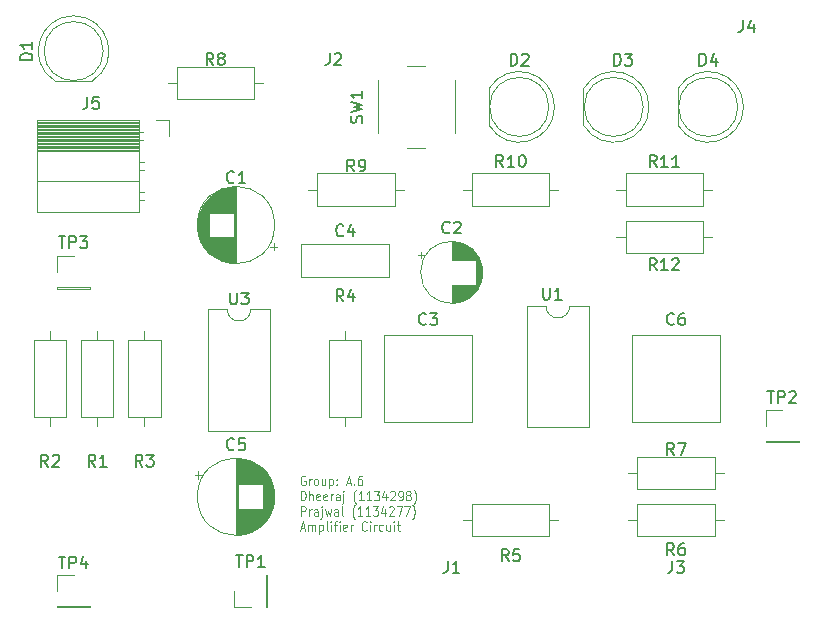
<source format=gbr>
%TF.GenerationSoftware,KiCad,Pcbnew,9.0.1*%
%TF.CreationDate,2025-05-17T19:15:48+02:00*%
%TF.ProjectId,Bandpass_Filter,42616e64-7061-4737-935f-46696c746572,v1*%
%TF.SameCoordinates,Original*%
%TF.FileFunction,Legend,Top*%
%TF.FilePolarity,Positive*%
%FSLAX46Y46*%
G04 Gerber Fmt 4.6, Leading zero omitted, Abs format (unit mm)*
G04 Created by KiCad (PCBNEW 9.0.1) date 2025-05-17 19:15:48*
%MOMM*%
%LPD*%
G01*
G04 APERTURE LIST*
%ADD10C,0.125000*%
%ADD11C,0.150000*%
%ADD12C,0.120000*%
G04 APERTURE END LIST*
D10*
X125615569Y-87269825D02*
X125548902Y-87231730D01*
X125548902Y-87231730D02*
X125448902Y-87231730D01*
X125448902Y-87231730D02*
X125348902Y-87269825D01*
X125348902Y-87269825D02*
X125282236Y-87346015D01*
X125282236Y-87346015D02*
X125248902Y-87422206D01*
X125248902Y-87422206D02*
X125215569Y-87574587D01*
X125215569Y-87574587D02*
X125215569Y-87688873D01*
X125215569Y-87688873D02*
X125248902Y-87841254D01*
X125248902Y-87841254D02*
X125282236Y-87917444D01*
X125282236Y-87917444D02*
X125348902Y-87993635D01*
X125348902Y-87993635D02*
X125448902Y-88031730D01*
X125448902Y-88031730D02*
X125515569Y-88031730D01*
X125515569Y-88031730D02*
X125615569Y-87993635D01*
X125615569Y-87993635D02*
X125648902Y-87955539D01*
X125648902Y-87955539D02*
X125648902Y-87688873D01*
X125648902Y-87688873D02*
X125515569Y-87688873D01*
X125948902Y-88031730D02*
X125948902Y-87498396D01*
X125948902Y-87650777D02*
X125982236Y-87574587D01*
X125982236Y-87574587D02*
X126015569Y-87536492D01*
X126015569Y-87536492D02*
X126082236Y-87498396D01*
X126082236Y-87498396D02*
X126148902Y-87498396D01*
X126482235Y-88031730D02*
X126415569Y-87993635D01*
X126415569Y-87993635D02*
X126382235Y-87955539D01*
X126382235Y-87955539D02*
X126348902Y-87879349D01*
X126348902Y-87879349D02*
X126348902Y-87650777D01*
X126348902Y-87650777D02*
X126382235Y-87574587D01*
X126382235Y-87574587D02*
X126415569Y-87536492D01*
X126415569Y-87536492D02*
X126482235Y-87498396D01*
X126482235Y-87498396D02*
X126582235Y-87498396D01*
X126582235Y-87498396D02*
X126648902Y-87536492D01*
X126648902Y-87536492D02*
X126682235Y-87574587D01*
X126682235Y-87574587D02*
X126715569Y-87650777D01*
X126715569Y-87650777D02*
X126715569Y-87879349D01*
X126715569Y-87879349D02*
X126682235Y-87955539D01*
X126682235Y-87955539D02*
X126648902Y-87993635D01*
X126648902Y-87993635D02*
X126582235Y-88031730D01*
X126582235Y-88031730D02*
X126482235Y-88031730D01*
X127315568Y-87498396D02*
X127315568Y-88031730D01*
X127015568Y-87498396D02*
X127015568Y-87917444D01*
X127015568Y-87917444D02*
X127048902Y-87993635D01*
X127048902Y-87993635D02*
X127115568Y-88031730D01*
X127115568Y-88031730D02*
X127215568Y-88031730D01*
X127215568Y-88031730D02*
X127282235Y-87993635D01*
X127282235Y-87993635D02*
X127315568Y-87955539D01*
X127648901Y-87498396D02*
X127648901Y-88298396D01*
X127648901Y-87536492D02*
X127715568Y-87498396D01*
X127715568Y-87498396D02*
X127848901Y-87498396D01*
X127848901Y-87498396D02*
X127915568Y-87536492D01*
X127915568Y-87536492D02*
X127948901Y-87574587D01*
X127948901Y-87574587D02*
X127982235Y-87650777D01*
X127982235Y-87650777D02*
X127982235Y-87879349D01*
X127982235Y-87879349D02*
X127948901Y-87955539D01*
X127948901Y-87955539D02*
X127915568Y-87993635D01*
X127915568Y-87993635D02*
X127848901Y-88031730D01*
X127848901Y-88031730D02*
X127715568Y-88031730D01*
X127715568Y-88031730D02*
X127648901Y-87993635D01*
X128282234Y-87955539D02*
X128315568Y-87993635D01*
X128315568Y-87993635D02*
X128282234Y-88031730D01*
X128282234Y-88031730D02*
X128248901Y-87993635D01*
X128248901Y-87993635D02*
X128282234Y-87955539D01*
X128282234Y-87955539D02*
X128282234Y-88031730D01*
X128282234Y-87536492D02*
X128315568Y-87574587D01*
X128315568Y-87574587D02*
X128282234Y-87612682D01*
X128282234Y-87612682D02*
X128248901Y-87574587D01*
X128248901Y-87574587D02*
X128282234Y-87536492D01*
X128282234Y-87536492D02*
X128282234Y-87612682D01*
X129115567Y-87803158D02*
X129448900Y-87803158D01*
X129048900Y-88031730D02*
X129282234Y-87231730D01*
X129282234Y-87231730D02*
X129515567Y-88031730D01*
X129748900Y-87955539D02*
X129782234Y-87993635D01*
X129782234Y-87993635D02*
X129748900Y-88031730D01*
X129748900Y-88031730D02*
X129715567Y-87993635D01*
X129715567Y-87993635D02*
X129748900Y-87955539D01*
X129748900Y-87955539D02*
X129748900Y-88031730D01*
X130382233Y-87231730D02*
X130248900Y-87231730D01*
X130248900Y-87231730D02*
X130182233Y-87269825D01*
X130182233Y-87269825D02*
X130148900Y-87307920D01*
X130148900Y-87307920D02*
X130082233Y-87422206D01*
X130082233Y-87422206D02*
X130048900Y-87574587D01*
X130048900Y-87574587D02*
X130048900Y-87879349D01*
X130048900Y-87879349D02*
X130082233Y-87955539D01*
X130082233Y-87955539D02*
X130115567Y-87993635D01*
X130115567Y-87993635D02*
X130182233Y-88031730D01*
X130182233Y-88031730D02*
X130315567Y-88031730D01*
X130315567Y-88031730D02*
X130382233Y-87993635D01*
X130382233Y-87993635D02*
X130415567Y-87955539D01*
X130415567Y-87955539D02*
X130448900Y-87879349D01*
X130448900Y-87879349D02*
X130448900Y-87688873D01*
X130448900Y-87688873D02*
X130415567Y-87612682D01*
X130415567Y-87612682D02*
X130382233Y-87574587D01*
X130382233Y-87574587D02*
X130315567Y-87536492D01*
X130315567Y-87536492D02*
X130182233Y-87536492D01*
X130182233Y-87536492D02*
X130115567Y-87574587D01*
X130115567Y-87574587D02*
X130082233Y-87612682D01*
X130082233Y-87612682D02*
X130048900Y-87688873D01*
X125248902Y-89319685D02*
X125248902Y-88519685D01*
X125248902Y-88519685D02*
X125415569Y-88519685D01*
X125415569Y-88519685D02*
X125515569Y-88557780D01*
X125515569Y-88557780D02*
X125582236Y-88633970D01*
X125582236Y-88633970D02*
X125615569Y-88710161D01*
X125615569Y-88710161D02*
X125648902Y-88862542D01*
X125648902Y-88862542D02*
X125648902Y-88976828D01*
X125648902Y-88976828D02*
X125615569Y-89129209D01*
X125615569Y-89129209D02*
X125582236Y-89205399D01*
X125582236Y-89205399D02*
X125515569Y-89281590D01*
X125515569Y-89281590D02*
X125415569Y-89319685D01*
X125415569Y-89319685D02*
X125248902Y-89319685D01*
X125948902Y-89319685D02*
X125948902Y-88519685D01*
X126248902Y-89319685D02*
X126248902Y-88900637D01*
X126248902Y-88900637D02*
X126215569Y-88824447D01*
X126215569Y-88824447D02*
X126148902Y-88786351D01*
X126148902Y-88786351D02*
X126048902Y-88786351D01*
X126048902Y-88786351D02*
X125982236Y-88824447D01*
X125982236Y-88824447D02*
X125948902Y-88862542D01*
X126848902Y-89281590D02*
X126782235Y-89319685D01*
X126782235Y-89319685D02*
X126648902Y-89319685D01*
X126648902Y-89319685D02*
X126582235Y-89281590D01*
X126582235Y-89281590D02*
X126548902Y-89205399D01*
X126548902Y-89205399D02*
X126548902Y-88900637D01*
X126548902Y-88900637D02*
X126582235Y-88824447D01*
X126582235Y-88824447D02*
X126648902Y-88786351D01*
X126648902Y-88786351D02*
X126782235Y-88786351D01*
X126782235Y-88786351D02*
X126848902Y-88824447D01*
X126848902Y-88824447D02*
X126882235Y-88900637D01*
X126882235Y-88900637D02*
X126882235Y-88976828D01*
X126882235Y-88976828D02*
X126548902Y-89053018D01*
X127448902Y-89281590D02*
X127382235Y-89319685D01*
X127382235Y-89319685D02*
X127248902Y-89319685D01*
X127248902Y-89319685D02*
X127182235Y-89281590D01*
X127182235Y-89281590D02*
X127148902Y-89205399D01*
X127148902Y-89205399D02*
X127148902Y-88900637D01*
X127148902Y-88900637D02*
X127182235Y-88824447D01*
X127182235Y-88824447D02*
X127248902Y-88786351D01*
X127248902Y-88786351D02*
X127382235Y-88786351D01*
X127382235Y-88786351D02*
X127448902Y-88824447D01*
X127448902Y-88824447D02*
X127482235Y-88900637D01*
X127482235Y-88900637D02*
X127482235Y-88976828D01*
X127482235Y-88976828D02*
X127148902Y-89053018D01*
X127782235Y-89319685D02*
X127782235Y-88786351D01*
X127782235Y-88938732D02*
X127815569Y-88862542D01*
X127815569Y-88862542D02*
X127848902Y-88824447D01*
X127848902Y-88824447D02*
X127915569Y-88786351D01*
X127915569Y-88786351D02*
X127982235Y-88786351D01*
X128515568Y-89319685D02*
X128515568Y-88900637D01*
X128515568Y-88900637D02*
X128482235Y-88824447D01*
X128482235Y-88824447D02*
X128415568Y-88786351D01*
X128415568Y-88786351D02*
X128282235Y-88786351D01*
X128282235Y-88786351D02*
X128215568Y-88824447D01*
X128515568Y-89281590D02*
X128448902Y-89319685D01*
X128448902Y-89319685D02*
X128282235Y-89319685D01*
X128282235Y-89319685D02*
X128215568Y-89281590D01*
X128215568Y-89281590D02*
X128182235Y-89205399D01*
X128182235Y-89205399D02*
X128182235Y-89129209D01*
X128182235Y-89129209D02*
X128215568Y-89053018D01*
X128215568Y-89053018D02*
X128282235Y-89014923D01*
X128282235Y-89014923D02*
X128448902Y-89014923D01*
X128448902Y-89014923D02*
X128515568Y-88976828D01*
X128848901Y-88786351D02*
X128848901Y-89472066D01*
X128848901Y-89472066D02*
X128815568Y-89548256D01*
X128815568Y-89548256D02*
X128748901Y-89586351D01*
X128748901Y-89586351D02*
X128715568Y-89586351D01*
X128848901Y-88519685D02*
X128815568Y-88557780D01*
X128815568Y-88557780D02*
X128848901Y-88595875D01*
X128848901Y-88595875D02*
X128882235Y-88557780D01*
X128882235Y-88557780D02*
X128848901Y-88519685D01*
X128848901Y-88519685D02*
X128848901Y-88595875D01*
X129915567Y-89624447D02*
X129882234Y-89586351D01*
X129882234Y-89586351D02*
X129815567Y-89472066D01*
X129815567Y-89472066D02*
X129782234Y-89395875D01*
X129782234Y-89395875D02*
X129748901Y-89281590D01*
X129748901Y-89281590D02*
X129715567Y-89091113D01*
X129715567Y-89091113D02*
X129715567Y-88938732D01*
X129715567Y-88938732D02*
X129748901Y-88748256D01*
X129748901Y-88748256D02*
X129782234Y-88633970D01*
X129782234Y-88633970D02*
X129815567Y-88557780D01*
X129815567Y-88557780D02*
X129882234Y-88443494D01*
X129882234Y-88443494D02*
X129915567Y-88405399D01*
X130548901Y-89319685D02*
X130148901Y-89319685D01*
X130348901Y-89319685D02*
X130348901Y-88519685D01*
X130348901Y-88519685D02*
X130282234Y-88633970D01*
X130282234Y-88633970D02*
X130215568Y-88710161D01*
X130215568Y-88710161D02*
X130148901Y-88748256D01*
X131215568Y-89319685D02*
X130815568Y-89319685D01*
X131015568Y-89319685D02*
X131015568Y-88519685D01*
X131015568Y-88519685D02*
X130948901Y-88633970D01*
X130948901Y-88633970D02*
X130882235Y-88710161D01*
X130882235Y-88710161D02*
X130815568Y-88748256D01*
X131448902Y-88519685D02*
X131882235Y-88519685D01*
X131882235Y-88519685D02*
X131648902Y-88824447D01*
X131648902Y-88824447D02*
X131748902Y-88824447D01*
X131748902Y-88824447D02*
X131815568Y-88862542D01*
X131815568Y-88862542D02*
X131848902Y-88900637D01*
X131848902Y-88900637D02*
X131882235Y-88976828D01*
X131882235Y-88976828D02*
X131882235Y-89167304D01*
X131882235Y-89167304D02*
X131848902Y-89243494D01*
X131848902Y-89243494D02*
X131815568Y-89281590D01*
X131815568Y-89281590D02*
X131748902Y-89319685D01*
X131748902Y-89319685D02*
X131548902Y-89319685D01*
X131548902Y-89319685D02*
X131482235Y-89281590D01*
X131482235Y-89281590D02*
X131448902Y-89243494D01*
X132482235Y-88786351D02*
X132482235Y-89319685D01*
X132315569Y-88481590D02*
X132148902Y-89053018D01*
X132148902Y-89053018D02*
X132582235Y-89053018D01*
X132815569Y-88595875D02*
X132848902Y-88557780D01*
X132848902Y-88557780D02*
X132915569Y-88519685D01*
X132915569Y-88519685D02*
X133082236Y-88519685D01*
X133082236Y-88519685D02*
X133148902Y-88557780D01*
X133148902Y-88557780D02*
X133182236Y-88595875D01*
X133182236Y-88595875D02*
X133215569Y-88672066D01*
X133215569Y-88672066D02*
X133215569Y-88748256D01*
X133215569Y-88748256D02*
X133182236Y-88862542D01*
X133182236Y-88862542D02*
X132782236Y-89319685D01*
X132782236Y-89319685D02*
X133215569Y-89319685D01*
X133548903Y-89319685D02*
X133682236Y-89319685D01*
X133682236Y-89319685D02*
X133748903Y-89281590D01*
X133748903Y-89281590D02*
X133782236Y-89243494D01*
X133782236Y-89243494D02*
X133848903Y-89129209D01*
X133848903Y-89129209D02*
X133882236Y-88976828D01*
X133882236Y-88976828D02*
X133882236Y-88672066D01*
X133882236Y-88672066D02*
X133848903Y-88595875D01*
X133848903Y-88595875D02*
X133815569Y-88557780D01*
X133815569Y-88557780D02*
X133748903Y-88519685D01*
X133748903Y-88519685D02*
X133615569Y-88519685D01*
X133615569Y-88519685D02*
X133548903Y-88557780D01*
X133548903Y-88557780D02*
X133515569Y-88595875D01*
X133515569Y-88595875D02*
X133482236Y-88672066D01*
X133482236Y-88672066D02*
X133482236Y-88862542D01*
X133482236Y-88862542D02*
X133515569Y-88938732D01*
X133515569Y-88938732D02*
X133548903Y-88976828D01*
X133548903Y-88976828D02*
X133615569Y-89014923D01*
X133615569Y-89014923D02*
X133748903Y-89014923D01*
X133748903Y-89014923D02*
X133815569Y-88976828D01*
X133815569Y-88976828D02*
X133848903Y-88938732D01*
X133848903Y-88938732D02*
X133882236Y-88862542D01*
X134282236Y-88862542D02*
X134215570Y-88824447D01*
X134215570Y-88824447D02*
X134182236Y-88786351D01*
X134182236Y-88786351D02*
X134148903Y-88710161D01*
X134148903Y-88710161D02*
X134148903Y-88672066D01*
X134148903Y-88672066D02*
X134182236Y-88595875D01*
X134182236Y-88595875D02*
X134215570Y-88557780D01*
X134215570Y-88557780D02*
X134282236Y-88519685D01*
X134282236Y-88519685D02*
X134415570Y-88519685D01*
X134415570Y-88519685D02*
X134482236Y-88557780D01*
X134482236Y-88557780D02*
X134515570Y-88595875D01*
X134515570Y-88595875D02*
X134548903Y-88672066D01*
X134548903Y-88672066D02*
X134548903Y-88710161D01*
X134548903Y-88710161D02*
X134515570Y-88786351D01*
X134515570Y-88786351D02*
X134482236Y-88824447D01*
X134482236Y-88824447D02*
X134415570Y-88862542D01*
X134415570Y-88862542D02*
X134282236Y-88862542D01*
X134282236Y-88862542D02*
X134215570Y-88900637D01*
X134215570Y-88900637D02*
X134182236Y-88938732D01*
X134182236Y-88938732D02*
X134148903Y-89014923D01*
X134148903Y-89014923D02*
X134148903Y-89167304D01*
X134148903Y-89167304D02*
X134182236Y-89243494D01*
X134182236Y-89243494D02*
X134215570Y-89281590D01*
X134215570Y-89281590D02*
X134282236Y-89319685D01*
X134282236Y-89319685D02*
X134415570Y-89319685D01*
X134415570Y-89319685D02*
X134482236Y-89281590D01*
X134482236Y-89281590D02*
X134515570Y-89243494D01*
X134515570Y-89243494D02*
X134548903Y-89167304D01*
X134548903Y-89167304D02*
X134548903Y-89014923D01*
X134548903Y-89014923D02*
X134515570Y-88938732D01*
X134515570Y-88938732D02*
X134482236Y-88900637D01*
X134482236Y-88900637D02*
X134415570Y-88862542D01*
X134782237Y-89624447D02*
X134815570Y-89586351D01*
X134815570Y-89586351D02*
X134882237Y-89472066D01*
X134882237Y-89472066D02*
X134915570Y-89395875D01*
X134915570Y-89395875D02*
X134948903Y-89281590D01*
X134948903Y-89281590D02*
X134982237Y-89091113D01*
X134982237Y-89091113D02*
X134982237Y-88938732D01*
X134982237Y-88938732D02*
X134948903Y-88748256D01*
X134948903Y-88748256D02*
X134915570Y-88633970D01*
X134915570Y-88633970D02*
X134882237Y-88557780D01*
X134882237Y-88557780D02*
X134815570Y-88443494D01*
X134815570Y-88443494D02*
X134782237Y-88405399D01*
X125248902Y-90607640D02*
X125248902Y-89807640D01*
X125248902Y-89807640D02*
X125515569Y-89807640D01*
X125515569Y-89807640D02*
X125582236Y-89845735D01*
X125582236Y-89845735D02*
X125615569Y-89883830D01*
X125615569Y-89883830D02*
X125648902Y-89960021D01*
X125648902Y-89960021D02*
X125648902Y-90074306D01*
X125648902Y-90074306D02*
X125615569Y-90150497D01*
X125615569Y-90150497D02*
X125582236Y-90188592D01*
X125582236Y-90188592D02*
X125515569Y-90226687D01*
X125515569Y-90226687D02*
X125248902Y-90226687D01*
X125948902Y-90607640D02*
X125948902Y-90074306D01*
X125948902Y-90226687D02*
X125982236Y-90150497D01*
X125982236Y-90150497D02*
X126015569Y-90112402D01*
X126015569Y-90112402D02*
X126082236Y-90074306D01*
X126082236Y-90074306D02*
X126148902Y-90074306D01*
X126682235Y-90607640D02*
X126682235Y-90188592D01*
X126682235Y-90188592D02*
X126648902Y-90112402D01*
X126648902Y-90112402D02*
X126582235Y-90074306D01*
X126582235Y-90074306D02*
X126448902Y-90074306D01*
X126448902Y-90074306D02*
X126382235Y-90112402D01*
X126682235Y-90569545D02*
X126615569Y-90607640D01*
X126615569Y-90607640D02*
X126448902Y-90607640D01*
X126448902Y-90607640D02*
X126382235Y-90569545D01*
X126382235Y-90569545D02*
X126348902Y-90493354D01*
X126348902Y-90493354D02*
X126348902Y-90417164D01*
X126348902Y-90417164D02*
X126382235Y-90340973D01*
X126382235Y-90340973D02*
X126448902Y-90302878D01*
X126448902Y-90302878D02*
X126615569Y-90302878D01*
X126615569Y-90302878D02*
X126682235Y-90264783D01*
X127015568Y-90074306D02*
X127015568Y-90760021D01*
X127015568Y-90760021D02*
X126982235Y-90836211D01*
X126982235Y-90836211D02*
X126915568Y-90874306D01*
X126915568Y-90874306D02*
X126882235Y-90874306D01*
X127015568Y-89807640D02*
X126982235Y-89845735D01*
X126982235Y-89845735D02*
X127015568Y-89883830D01*
X127015568Y-89883830D02*
X127048902Y-89845735D01*
X127048902Y-89845735D02*
X127015568Y-89807640D01*
X127015568Y-89807640D02*
X127015568Y-89883830D01*
X127282235Y-90074306D02*
X127415568Y-90607640D01*
X127415568Y-90607640D02*
X127548901Y-90226687D01*
X127548901Y-90226687D02*
X127682235Y-90607640D01*
X127682235Y-90607640D02*
X127815568Y-90074306D01*
X128382234Y-90607640D02*
X128382234Y-90188592D01*
X128382234Y-90188592D02*
X128348901Y-90112402D01*
X128348901Y-90112402D02*
X128282234Y-90074306D01*
X128282234Y-90074306D02*
X128148901Y-90074306D01*
X128148901Y-90074306D02*
X128082234Y-90112402D01*
X128382234Y-90569545D02*
X128315568Y-90607640D01*
X128315568Y-90607640D02*
X128148901Y-90607640D01*
X128148901Y-90607640D02*
X128082234Y-90569545D01*
X128082234Y-90569545D02*
X128048901Y-90493354D01*
X128048901Y-90493354D02*
X128048901Y-90417164D01*
X128048901Y-90417164D02*
X128082234Y-90340973D01*
X128082234Y-90340973D02*
X128148901Y-90302878D01*
X128148901Y-90302878D02*
X128315568Y-90302878D01*
X128315568Y-90302878D02*
X128382234Y-90264783D01*
X128815567Y-90607640D02*
X128748901Y-90569545D01*
X128748901Y-90569545D02*
X128715567Y-90493354D01*
X128715567Y-90493354D02*
X128715567Y-89807640D01*
X129815567Y-90912402D02*
X129782234Y-90874306D01*
X129782234Y-90874306D02*
X129715567Y-90760021D01*
X129715567Y-90760021D02*
X129682234Y-90683830D01*
X129682234Y-90683830D02*
X129648901Y-90569545D01*
X129648901Y-90569545D02*
X129615567Y-90379068D01*
X129615567Y-90379068D02*
X129615567Y-90226687D01*
X129615567Y-90226687D02*
X129648901Y-90036211D01*
X129648901Y-90036211D02*
X129682234Y-89921925D01*
X129682234Y-89921925D02*
X129715567Y-89845735D01*
X129715567Y-89845735D02*
X129782234Y-89731449D01*
X129782234Y-89731449D02*
X129815567Y-89693354D01*
X130448901Y-90607640D02*
X130048901Y-90607640D01*
X130248901Y-90607640D02*
X130248901Y-89807640D01*
X130248901Y-89807640D02*
X130182234Y-89921925D01*
X130182234Y-89921925D02*
X130115568Y-89998116D01*
X130115568Y-89998116D02*
X130048901Y-90036211D01*
X131115568Y-90607640D02*
X130715568Y-90607640D01*
X130915568Y-90607640D02*
X130915568Y-89807640D01*
X130915568Y-89807640D02*
X130848901Y-89921925D01*
X130848901Y-89921925D02*
X130782235Y-89998116D01*
X130782235Y-89998116D02*
X130715568Y-90036211D01*
X131348902Y-89807640D02*
X131782235Y-89807640D01*
X131782235Y-89807640D02*
X131548902Y-90112402D01*
X131548902Y-90112402D02*
X131648902Y-90112402D01*
X131648902Y-90112402D02*
X131715568Y-90150497D01*
X131715568Y-90150497D02*
X131748902Y-90188592D01*
X131748902Y-90188592D02*
X131782235Y-90264783D01*
X131782235Y-90264783D02*
X131782235Y-90455259D01*
X131782235Y-90455259D02*
X131748902Y-90531449D01*
X131748902Y-90531449D02*
X131715568Y-90569545D01*
X131715568Y-90569545D02*
X131648902Y-90607640D01*
X131648902Y-90607640D02*
X131448902Y-90607640D01*
X131448902Y-90607640D02*
X131382235Y-90569545D01*
X131382235Y-90569545D02*
X131348902Y-90531449D01*
X132382235Y-90074306D02*
X132382235Y-90607640D01*
X132215569Y-89769545D02*
X132048902Y-90340973D01*
X132048902Y-90340973D02*
X132482235Y-90340973D01*
X132715569Y-89883830D02*
X132748902Y-89845735D01*
X132748902Y-89845735D02*
X132815569Y-89807640D01*
X132815569Y-89807640D02*
X132982236Y-89807640D01*
X132982236Y-89807640D02*
X133048902Y-89845735D01*
X133048902Y-89845735D02*
X133082236Y-89883830D01*
X133082236Y-89883830D02*
X133115569Y-89960021D01*
X133115569Y-89960021D02*
X133115569Y-90036211D01*
X133115569Y-90036211D02*
X133082236Y-90150497D01*
X133082236Y-90150497D02*
X132682236Y-90607640D01*
X132682236Y-90607640D02*
X133115569Y-90607640D01*
X133348903Y-89807640D02*
X133815569Y-89807640D01*
X133815569Y-89807640D02*
X133515569Y-90607640D01*
X134015570Y-89807640D02*
X134482236Y-89807640D01*
X134482236Y-89807640D02*
X134182236Y-90607640D01*
X134682237Y-90912402D02*
X134715570Y-90874306D01*
X134715570Y-90874306D02*
X134782237Y-90760021D01*
X134782237Y-90760021D02*
X134815570Y-90683830D01*
X134815570Y-90683830D02*
X134848903Y-90569545D01*
X134848903Y-90569545D02*
X134882237Y-90379068D01*
X134882237Y-90379068D02*
X134882237Y-90226687D01*
X134882237Y-90226687D02*
X134848903Y-90036211D01*
X134848903Y-90036211D02*
X134815570Y-89921925D01*
X134815570Y-89921925D02*
X134782237Y-89845735D01*
X134782237Y-89845735D02*
X134715570Y-89731449D01*
X134715570Y-89731449D02*
X134682237Y-89693354D01*
X125215569Y-91667023D02*
X125548902Y-91667023D01*
X125148902Y-91895595D02*
X125382236Y-91095595D01*
X125382236Y-91095595D02*
X125615569Y-91895595D01*
X125848902Y-91895595D02*
X125848902Y-91362261D01*
X125848902Y-91438452D02*
X125882236Y-91400357D01*
X125882236Y-91400357D02*
X125948902Y-91362261D01*
X125948902Y-91362261D02*
X126048902Y-91362261D01*
X126048902Y-91362261D02*
X126115569Y-91400357D01*
X126115569Y-91400357D02*
X126148902Y-91476547D01*
X126148902Y-91476547D02*
X126148902Y-91895595D01*
X126148902Y-91476547D02*
X126182236Y-91400357D01*
X126182236Y-91400357D02*
X126248902Y-91362261D01*
X126248902Y-91362261D02*
X126348902Y-91362261D01*
X126348902Y-91362261D02*
X126415569Y-91400357D01*
X126415569Y-91400357D02*
X126448902Y-91476547D01*
X126448902Y-91476547D02*
X126448902Y-91895595D01*
X126782235Y-91362261D02*
X126782235Y-92162261D01*
X126782235Y-91400357D02*
X126848902Y-91362261D01*
X126848902Y-91362261D02*
X126982235Y-91362261D01*
X126982235Y-91362261D02*
X127048902Y-91400357D01*
X127048902Y-91400357D02*
X127082235Y-91438452D01*
X127082235Y-91438452D02*
X127115569Y-91514642D01*
X127115569Y-91514642D02*
X127115569Y-91743214D01*
X127115569Y-91743214D02*
X127082235Y-91819404D01*
X127082235Y-91819404D02*
X127048902Y-91857500D01*
X127048902Y-91857500D02*
X126982235Y-91895595D01*
X126982235Y-91895595D02*
X126848902Y-91895595D01*
X126848902Y-91895595D02*
X126782235Y-91857500D01*
X127515568Y-91895595D02*
X127448902Y-91857500D01*
X127448902Y-91857500D02*
X127415568Y-91781309D01*
X127415568Y-91781309D02*
X127415568Y-91095595D01*
X127782235Y-91895595D02*
X127782235Y-91362261D01*
X127782235Y-91095595D02*
X127748902Y-91133690D01*
X127748902Y-91133690D02*
X127782235Y-91171785D01*
X127782235Y-91171785D02*
X127815569Y-91133690D01*
X127815569Y-91133690D02*
X127782235Y-91095595D01*
X127782235Y-91095595D02*
X127782235Y-91171785D01*
X128015568Y-91362261D02*
X128282235Y-91362261D01*
X128115568Y-91895595D02*
X128115568Y-91209880D01*
X128115568Y-91209880D02*
X128148902Y-91133690D01*
X128148902Y-91133690D02*
X128215568Y-91095595D01*
X128215568Y-91095595D02*
X128282235Y-91095595D01*
X128515568Y-91895595D02*
X128515568Y-91362261D01*
X128515568Y-91095595D02*
X128482235Y-91133690D01*
X128482235Y-91133690D02*
X128515568Y-91171785D01*
X128515568Y-91171785D02*
X128548902Y-91133690D01*
X128548902Y-91133690D02*
X128515568Y-91095595D01*
X128515568Y-91095595D02*
X128515568Y-91171785D01*
X129115568Y-91857500D02*
X129048901Y-91895595D01*
X129048901Y-91895595D02*
X128915568Y-91895595D01*
X128915568Y-91895595D02*
X128848901Y-91857500D01*
X128848901Y-91857500D02*
X128815568Y-91781309D01*
X128815568Y-91781309D02*
X128815568Y-91476547D01*
X128815568Y-91476547D02*
X128848901Y-91400357D01*
X128848901Y-91400357D02*
X128915568Y-91362261D01*
X128915568Y-91362261D02*
X129048901Y-91362261D01*
X129048901Y-91362261D02*
X129115568Y-91400357D01*
X129115568Y-91400357D02*
X129148901Y-91476547D01*
X129148901Y-91476547D02*
X129148901Y-91552738D01*
X129148901Y-91552738D02*
X128815568Y-91628928D01*
X129448901Y-91895595D02*
X129448901Y-91362261D01*
X129448901Y-91514642D02*
X129482235Y-91438452D01*
X129482235Y-91438452D02*
X129515568Y-91400357D01*
X129515568Y-91400357D02*
X129582235Y-91362261D01*
X129582235Y-91362261D02*
X129648901Y-91362261D01*
X130815567Y-91819404D02*
X130782234Y-91857500D01*
X130782234Y-91857500D02*
X130682234Y-91895595D01*
X130682234Y-91895595D02*
X130615567Y-91895595D01*
X130615567Y-91895595D02*
X130515567Y-91857500D01*
X130515567Y-91857500D02*
X130448901Y-91781309D01*
X130448901Y-91781309D02*
X130415567Y-91705119D01*
X130415567Y-91705119D02*
X130382234Y-91552738D01*
X130382234Y-91552738D02*
X130382234Y-91438452D01*
X130382234Y-91438452D02*
X130415567Y-91286071D01*
X130415567Y-91286071D02*
X130448901Y-91209880D01*
X130448901Y-91209880D02*
X130515567Y-91133690D01*
X130515567Y-91133690D02*
X130615567Y-91095595D01*
X130615567Y-91095595D02*
X130682234Y-91095595D01*
X130682234Y-91095595D02*
X130782234Y-91133690D01*
X130782234Y-91133690D02*
X130815567Y-91171785D01*
X131115567Y-91895595D02*
X131115567Y-91362261D01*
X131115567Y-91095595D02*
X131082234Y-91133690D01*
X131082234Y-91133690D02*
X131115567Y-91171785D01*
X131115567Y-91171785D02*
X131148901Y-91133690D01*
X131148901Y-91133690D02*
X131115567Y-91095595D01*
X131115567Y-91095595D02*
X131115567Y-91171785D01*
X131448900Y-91895595D02*
X131448900Y-91362261D01*
X131448900Y-91514642D02*
X131482234Y-91438452D01*
X131482234Y-91438452D02*
X131515567Y-91400357D01*
X131515567Y-91400357D02*
X131582234Y-91362261D01*
X131582234Y-91362261D02*
X131648900Y-91362261D01*
X132182233Y-91857500D02*
X132115567Y-91895595D01*
X132115567Y-91895595D02*
X131982233Y-91895595D01*
X131982233Y-91895595D02*
X131915567Y-91857500D01*
X131915567Y-91857500D02*
X131882233Y-91819404D01*
X131882233Y-91819404D02*
X131848900Y-91743214D01*
X131848900Y-91743214D02*
X131848900Y-91514642D01*
X131848900Y-91514642D02*
X131882233Y-91438452D01*
X131882233Y-91438452D02*
X131915567Y-91400357D01*
X131915567Y-91400357D02*
X131982233Y-91362261D01*
X131982233Y-91362261D02*
X132115567Y-91362261D01*
X132115567Y-91362261D02*
X132182233Y-91400357D01*
X132782233Y-91362261D02*
X132782233Y-91895595D01*
X132482233Y-91362261D02*
X132482233Y-91781309D01*
X132482233Y-91781309D02*
X132515567Y-91857500D01*
X132515567Y-91857500D02*
X132582233Y-91895595D01*
X132582233Y-91895595D02*
X132682233Y-91895595D01*
X132682233Y-91895595D02*
X132748900Y-91857500D01*
X132748900Y-91857500D02*
X132782233Y-91819404D01*
X133115566Y-91895595D02*
X133115566Y-91362261D01*
X133115566Y-91095595D02*
X133082233Y-91133690D01*
X133082233Y-91133690D02*
X133115566Y-91171785D01*
X133115566Y-91171785D02*
X133148900Y-91133690D01*
X133148900Y-91133690D02*
X133115566Y-91095595D01*
X133115566Y-91095595D02*
X133115566Y-91171785D01*
X133348899Y-91362261D02*
X133615566Y-91362261D01*
X133448899Y-91095595D02*
X133448899Y-91781309D01*
X133448899Y-91781309D02*
X133482233Y-91857500D01*
X133482233Y-91857500D02*
X133548899Y-91895595D01*
X133548899Y-91895595D02*
X133615566Y-91895595D01*
D11*
X102494819Y-52008094D02*
X101494819Y-52008094D01*
X101494819Y-52008094D02*
X101494819Y-51769999D01*
X101494819Y-51769999D02*
X101542438Y-51627142D01*
X101542438Y-51627142D02*
X101637676Y-51531904D01*
X101637676Y-51531904D02*
X101732914Y-51484285D01*
X101732914Y-51484285D02*
X101923390Y-51436666D01*
X101923390Y-51436666D02*
X102066247Y-51436666D01*
X102066247Y-51436666D02*
X102256723Y-51484285D01*
X102256723Y-51484285D02*
X102351961Y-51531904D01*
X102351961Y-51531904D02*
X102447200Y-51627142D01*
X102447200Y-51627142D02*
X102494819Y-51769999D01*
X102494819Y-51769999D02*
X102494819Y-52008094D01*
X102494819Y-50484285D02*
X102494819Y-51055713D01*
X102494819Y-50769999D02*
X101494819Y-50769999D01*
X101494819Y-50769999D02*
X101637676Y-50865237D01*
X101637676Y-50865237D02*
X101732914Y-50960475D01*
X101732914Y-50960475D02*
X101780533Y-51055713D01*
X155357142Y-61084819D02*
X155023809Y-60608628D01*
X154785714Y-61084819D02*
X154785714Y-60084819D01*
X154785714Y-60084819D02*
X155166666Y-60084819D01*
X155166666Y-60084819D02*
X155261904Y-60132438D01*
X155261904Y-60132438D02*
X155309523Y-60180057D01*
X155309523Y-60180057D02*
X155357142Y-60275295D01*
X155357142Y-60275295D02*
X155357142Y-60418152D01*
X155357142Y-60418152D02*
X155309523Y-60513390D01*
X155309523Y-60513390D02*
X155261904Y-60561009D01*
X155261904Y-60561009D02*
X155166666Y-60608628D01*
X155166666Y-60608628D02*
X154785714Y-60608628D01*
X156309523Y-61084819D02*
X155738095Y-61084819D01*
X156023809Y-61084819D02*
X156023809Y-60084819D01*
X156023809Y-60084819D02*
X155928571Y-60227676D01*
X155928571Y-60227676D02*
X155833333Y-60322914D01*
X155833333Y-60322914D02*
X155738095Y-60370533D01*
X157261904Y-61084819D02*
X156690476Y-61084819D01*
X156976190Y-61084819D02*
X156976190Y-60084819D01*
X156976190Y-60084819D02*
X156880952Y-60227676D01*
X156880952Y-60227676D02*
X156785714Y-60322914D01*
X156785714Y-60322914D02*
X156690476Y-60370533D01*
X103833333Y-86454819D02*
X103500000Y-85978628D01*
X103261905Y-86454819D02*
X103261905Y-85454819D01*
X103261905Y-85454819D02*
X103642857Y-85454819D01*
X103642857Y-85454819D02*
X103738095Y-85502438D01*
X103738095Y-85502438D02*
X103785714Y-85550057D01*
X103785714Y-85550057D02*
X103833333Y-85645295D01*
X103833333Y-85645295D02*
X103833333Y-85788152D01*
X103833333Y-85788152D02*
X103785714Y-85883390D01*
X103785714Y-85883390D02*
X103738095Y-85931009D01*
X103738095Y-85931009D02*
X103642857Y-85978628D01*
X103642857Y-85978628D02*
X103261905Y-85978628D01*
X104214286Y-85550057D02*
X104261905Y-85502438D01*
X104261905Y-85502438D02*
X104357143Y-85454819D01*
X104357143Y-85454819D02*
X104595238Y-85454819D01*
X104595238Y-85454819D02*
X104690476Y-85502438D01*
X104690476Y-85502438D02*
X104738095Y-85550057D01*
X104738095Y-85550057D02*
X104785714Y-85645295D01*
X104785714Y-85645295D02*
X104785714Y-85740533D01*
X104785714Y-85740533D02*
X104738095Y-85883390D01*
X104738095Y-85883390D02*
X104166667Y-86454819D01*
X104166667Y-86454819D02*
X104785714Y-86454819D01*
X156833333Y-74359580D02*
X156785714Y-74407200D01*
X156785714Y-74407200D02*
X156642857Y-74454819D01*
X156642857Y-74454819D02*
X156547619Y-74454819D01*
X156547619Y-74454819D02*
X156404762Y-74407200D01*
X156404762Y-74407200D02*
X156309524Y-74311961D01*
X156309524Y-74311961D02*
X156261905Y-74216723D01*
X156261905Y-74216723D02*
X156214286Y-74026247D01*
X156214286Y-74026247D02*
X156214286Y-73883390D01*
X156214286Y-73883390D02*
X156261905Y-73692914D01*
X156261905Y-73692914D02*
X156309524Y-73597676D01*
X156309524Y-73597676D02*
X156404762Y-73502438D01*
X156404762Y-73502438D02*
X156547619Y-73454819D01*
X156547619Y-73454819D02*
X156642857Y-73454819D01*
X156642857Y-73454819D02*
X156785714Y-73502438D01*
X156785714Y-73502438D02*
X156833333Y-73550057D01*
X157690476Y-73454819D02*
X157500000Y-73454819D01*
X157500000Y-73454819D02*
X157404762Y-73502438D01*
X157404762Y-73502438D02*
X157357143Y-73550057D01*
X157357143Y-73550057D02*
X157261905Y-73692914D01*
X157261905Y-73692914D02*
X157214286Y-73883390D01*
X157214286Y-73883390D02*
X157214286Y-74264342D01*
X157214286Y-74264342D02*
X157261905Y-74359580D01*
X157261905Y-74359580D02*
X157309524Y-74407200D01*
X157309524Y-74407200D02*
X157404762Y-74454819D01*
X157404762Y-74454819D02*
X157595238Y-74454819D01*
X157595238Y-74454819D02*
X157690476Y-74407200D01*
X157690476Y-74407200D02*
X157738095Y-74359580D01*
X157738095Y-74359580D02*
X157785714Y-74264342D01*
X157785714Y-74264342D02*
X157785714Y-74026247D01*
X157785714Y-74026247D02*
X157738095Y-73931009D01*
X157738095Y-73931009D02*
X157690476Y-73883390D01*
X157690476Y-73883390D02*
X157595238Y-73835771D01*
X157595238Y-73835771D02*
X157404762Y-73835771D01*
X157404762Y-73835771D02*
X157309524Y-73883390D01*
X157309524Y-73883390D02*
X157261905Y-73931009D01*
X157261905Y-73931009D02*
X157214286Y-74026247D01*
X156833333Y-85454819D02*
X156500000Y-84978628D01*
X156261905Y-85454819D02*
X156261905Y-84454819D01*
X156261905Y-84454819D02*
X156642857Y-84454819D01*
X156642857Y-84454819D02*
X156738095Y-84502438D01*
X156738095Y-84502438D02*
X156785714Y-84550057D01*
X156785714Y-84550057D02*
X156833333Y-84645295D01*
X156833333Y-84645295D02*
X156833333Y-84788152D01*
X156833333Y-84788152D02*
X156785714Y-84883390D01*
X156785714Y-84883390D02*
X156738095Y-84931009D01*
X156738095Y-84931009D02*
X156642857Y-84978628D01*
X156642857Y-84978628D02*
X156261905Y-84978628D01*
X157166667Y-84454819D02*
X157833333Y-84454819D01*
X157833333Y-84454819D02*
X157404762Y-85454819D01*
X129753333Y-61454819D02*
X129420000Y-60978628D01*
X129181905Y-61454819D02*
X129181905Y-60454819D01*
X129181905Y-60454819D02*
X129562857Y-60454819D01*
X129562857Y-60454819D02*
X129658095Y-60502438D01*
X129658095Y-60502438D02*
X129705714Y-60550057D01*
X129705714Y-60550057D02*
X129753333Y-60645295D01*
X129753333Y-60645295D02*
X129753333Y-60788152D01*
X129753333Y-60788152D02*
X129705714Y-60883390D01*
X129705714Y-60883390D02*
X129658095Y-60931009D01*
X129658095Y-60931009D02*
X129562857Y-60978628D01*
X129562857Y-60978628D02*
X129181905Y-60978628D01*
X130229524Y-61454819D02*
X130420000Y-61454819D01*
X130420000Y-61454819D02*
X130515238Y-61407200D01*
X130515238Y-61407200D02*
X130562857Y-61359580D01*
X130562857Y-61359580D02*
X130658095Y-61216723D01*
X130658095Y-61216723D02*
X130705714Y-61026247D01*
X130705714Y-61026247D02*
X130705714Y-60645295D01*
X130705714Y-60645295D02*
X130658095Y-60550057D01*
X130658095Y-60550057D02*
X130610476Y-60502438D01*
X130610476Y-60502438D02*
X130515238Y-60454819D01*
X130515238Y-60454819D02*
X130324762Y-60454819D01*
X130324762Y-60454819D02*
X130229524Y-60502438D01*
X130229524Y-60502438D02*
X130181905Y-60550057D01*
X130181905Y-60550057D02*
X130134286Y-60645295D01*
X130134286Y-60645295D02*
X130134286Y-60883390D01*
X130134286Y-60883390D02*
X130181905Y-60978628D01*
X130181905Y-60978628D02*
X130229524Y-61026247D01*
X130229524Y-61026247D02*
X130324762Y-61073866D01*
X130324762Y-61073866D02*
X130515238Y-61073866D01*
X130515238Y-61073866D02*
X130610476Y-61026247D01*
X130610476Y-61026247D02*
X130658095Y-60978628D01*
X130658095Y-60978628D02*
X130705714Y-60883390D01*
X164738095Y-80074819D02*
X165309523Y-80074819D01*
X165023809Y-81074819D02*
X165023809Y-80074819D01*
X165642857Y-81074819D02*
X165642857Y-80074819D01*
X165642857Y-80074819D02*
X166023809Y-80074819D01*
X166023809Y-80074819D02*
X166119047Y-80122438D01*
X166119047Y-80122438D02*
X166166666Y-80170057D01*
X166166666Y-80170057D02*
X166214285Y-80265295D01*
X166214285Y-80265295D02*
X166214285Y-80408152D01*
X166214285Y-80408152D02*
X166166666Y-80503390D01*
X166166666Y-80503390D02*
X166119047Y-80551009D01*
X166119047Y-80551009D02*
X166023809Y-80598628D01*
X166023809Y-80598628D02*
X165642857Y-80598628D01*
X166595238Y-80170057D02*
X166642857Y-80122438D01*
X166642857Y-80122438D02*
X166738095Y-80074819D01*
X166738095Y-80074819D02*
X166976190Y-80074819D01*
X166976190Y-80074819D02*
X167071428Y-80122438D01*
X167071428Y-80122438D02*
X167119047Y-80170057D01*
X167119047Y-80170057D02*
X167166666Y-80265295D01*
X167166666Y-80265295D02*
X167166666Y-80360533D01*
X167166666Y-80360533D02*
X167119047Y-80503390D01*
X167119047Y-80503390D02*
X166547619Y-81074819D01*
X166547619Y-81074819D02*
X167166666Y-81074819D01*
X117833333Y-52454819D02*
X117500000Y-51978628D01*
X117261905Y-52454819D02*
X117261905Y-51454819D01*
X117261905Y-51454819D02*
X117642857Y-51454819D01*
X117642857Y-51454819D02*
X117738095Y-51502438D01*
X117738095Y-51502438D02*
X117785714Y-51550057D01*
X117785714Y-51550057D02*
X117833333Y-51645295D01*
X117833333Y-51645295D02*
X117833333Y-51788152D01*
X117833333Y-51788152D02*
X117785714Y-51883390D01*
X117785714Y-51883390D02*
X117738095Y-51931009D01*
X117738095Y-51931009D02*
X117642857Y-51978628D01*
X117642857Y-51978628D02*
X117261905Y-51978628D01*
X118404762Y-51883390D02*
X118309524Y-51835771D01*
X118309524Y-51835771D02*
X118261905Y-51788152D01*
X118261905Y-51788152D02*
X118214286Y-51692914D01*
X118214286Y-51692914D02*
X118214286Y-51645295D01*
X118214286Y-51645295D02*
X118261905Y-51550057D01*
X118261905Y-51550057D02*
X118309524Y-51502438D01*
X118309524Y-51502438D02*
X118404762Y-51454819D01*
X118404762Y-51454819D02*
X118595238Y-51454819D01*
X118595238Y-51454819D02*
X118690476Y-51502438D01*
X118690476Y-51502438D02*
X118738095Y-51550057D01*
X118738095Y-51550057D02*
X118785714Y-51645295D01*
X118785714Y-51645295D02*
X118785714Y-51692914D01*
X118785714Y-51692914D02*
X118738095Y-51788152D01*
X118738095Y-51788152D02*
X118690476Y-51835771D01*
X118690476Y-51835771D02*
X118595238Y-51883390D01*
X118595238Y-51883390D02*
X118404762Y-51883390D01*
X118404762Y-51883390D02*
X118309524Y-51931009D01*
X118309524Y-51931009D02*
X118261905Y-51978628D01*
X118261905Y-51978628D02*
X118214286Y-52073866D01*
X118214286Y-52073866D02*
X118214286Y-52264342D01*
X118214286Y-52264342D02*
X118261905Y-52359580D01*
X118261905Y-52359580D02*
X118309524Y-52407200D01*
X118309524Y-52407200D02*
X118404762Y-52454819D01*
X118404762Y-52454819D02*
X118595238Y-52454819D01*
X118595238Y-52454819D02*
X118690476Y-52407200D01*
X118690476Y-52407200D02*
X118738095Y-52359580D01*
X118738095Y-52359580D02*
X118785714Y-52264342D01*
X118785714Y-52264342D02*
X118785714Y-52073866D01*
X118785714Y-52073866D02*
X118738095Y-51978628D01*
X118738095Y-51978628D02*
X118690476Y-51931009D01*
X118690476Y-51931009D02*
X118595238Y-51883390D01*
X104738095Y-66954819D02*
X105309523Y-66954819D01*
X105023809Y-67954819D02*
X105023809Y-66954819D01*
X105642857Y-67954819D02*
X105642857Y-66954819D01*
X105642857Y-66954819D02*
X106023809Y-66954819D01*
X106023809Y-66954819D02*
X106119047Y-67002438D01*
X106119047Y-67002438D02*
X106166666Y-67050057D01*
X106166666Y-67050057D02*
X106214285Y-67145295D01*
X106214285Y-67145295D02*
X106214285Y-67288152D01*
X106214285Y-67288152D02*
X106166666Y-67383390D01*
X106166666Y-67383390D02*
X106119047Y-67431009D01*
X106119047Y-67431009D02*
X106023809Y-67478628D01*
X106023809Y-67478628D02*
X105642857Y-67478628D01*
X106547619Y-66954819D02*
X107166666Y-66954819D01*
X107166666Y-66954819D02*
X106833333Y-67335771D01*
X106833333Y-67335771D02*
X106976190Y-67335771D01*
X106976190Y-67335771D02*
X107071428Y-67383390D01*
X107071428Y-67383390D02*
X107119047Y-67431009D01*
X107119047Y-67431009D02*
X107166666Y-67526247D01*
X107166666Y-67526247D02*
X107166666Y-67764342D01*
X107166666Y-67764342D02*
X107119047Y-67859580D01*
X107119047Y-67859580D02*
X107071428Y-67907200D01*
X107071428Y-67907200D02*
X106976190Y-67954819D01*
X106976190Y-67954819D02*
X106690476Y-67954819D01*
X106690476Y-67954819D02*
X106595238Y-67907200D01*
X106595238Y-67907200D02*
X106547619Y-67859580D01*
X142991905Y-52494819D02*
X142991905Y-51494819D01*
X142991905Y-51494819D02*
X143230000Y-51494819D01*
X143230000Y-51494819D02*
X143372857Y-51542438D01*
X143372857Y-51542438D02*
X143468095Y-51637676D01*
X143468095Y-51637676D02*
X143515714Y-51732914D01*
X143515714Y-51732914D02*
X143563333Y-51923390D01*
X143563333Y-51923390D02*
X143563333Y-52066247D01*
X143563333Y-52066247D02*
X143515714Y-52256723D01*
X143515714Y-52256723D02*
X143468095Y-52351961D01*
X143468095Y-52351961D02*
X143372857Y-52447200D01*
X143372857Y-52447200D02*
X143230000Y-52494819D01*
X143230000Y-52494819D02*
X142991905Y-52494819D01*
X143944286Y-51590057D02*
X143991905Y-51542438D01*
X143991905Y-51542438D02*
X144087143Y-51494819D01*
X144087143Y-51494819D02*
X144325238Y-51494819D01*
X144325238Y-51494819D02*
X144420476Y-51542438D01*
X144420476Y-51542438D02*
X144468095Y-51590057D01*
X144468095Y-51590057D02*
X144515714Y-51685295D01*
X144515714Y-51685295D02*
X144515714Y-51780533D01*
X144515714Y-51780533D02*
X144468095Y-51923390D01*
X144468095Y-51923390D02*
X143896667Y-52494819D01*
X143896667Y-52494819D02*
X144515714Y-52494819D01*
X128833333Y-66859580D02*
X128785714Y-66907200D01*
X128785714Y-66907200D02*
X128642857Y-66954819D01*
X128642857Y-66954819D02*
X128547619Y-66954819D01*
X128547619Y-66954819D02*
X128404762Y-66907200D01*
X128404762Y-66907200D02*
X128309524Y-66811961D01*
X128309524Y-66811961D02*
X128261905Y-66716723D01*
X128261905Y-66716723D02*
X128214286Y-66526247D01*
X128214286Y-66526247D02*
X128214286Y-66383390D01*
X128214286Y-66383390D02*
X128261905Y-66192914D01*
X128261905Y-66192914D02*
X128309524Y-66097676D01*
X128309524Y-66097676D02*
X128404762Y-66002438D01*
X128404762Y-66002438D02*
X128547619Y-65954819D01*
X128547619Y-65954819D02*
X128642857Y-65954819D01*
X128642857Y-65954819D02*
X128785714Y-66002438D01*
X128785714Y-66002438D02*
X128833333Y-66050057D01*
X129690476Y-66288152D02*
X129690476Y-66954819D01*
X129452381Y-65907200D02*
X129214286Y-66621485D01*
X129214286Y-66621485D02*
X129833333Y-66621485D01*
X119738095Y-93954819D02*
X120309523Y-93954819D01*
X120023809Y-94954819D02*
X120023809Y-93954819D01*
X120642857Y-94954819D02*
X120642857Y-93954819D01*
X120642857Y-93954819D02*
X121023809Y-93954819D01*
X121023809Y-93954819D02*
X121119047Y-94002438D01*
X121119047Y-94002438D02*
X121166666Y-94050057D01*
X121166666Y-94050057D02*
X121214285Y-94145295D01*
X121214285Y-94145295D02*
X121214285Y-94288152D01*
X121214285Y-94288152D02*
X121166666Y-94383390D01*
X121166666Y-94383390D02*
X121119047Y-94431009D01*
X121119047Y-94431009D02*
X121023809Y-94478628D01*
X121023809Y-94478628D02*
X120642857Y-94478628D01*
X122166666Y-94954819D02*
X121595238Y-94954819D01*
X121880952Y-94954819D02*
X121880952Y-93954819D01*
X121880952Y-93954819D02*
X121785714Y-94097676D01*
X121785714Y-94097676D02*
X121690476Y-94192914D01*
X121690476Y-94192914D02*
X121595238Y-94240533D01*
X137833333Y-66609580D02*
X137785714Y-66657200D01*
X137785714Y-66657200D02*
X137642857Y-66704819D01*
X137642857Y-66704819D02*
X137547619Y-66704819D01*
X137547619Y-66704819D02*
X137404762Y-66657200D01*
X137404762Y-66657200D02*
X137309524Y-66561961D01*
X137309524Y-66561961D02*
X137261905Y-66466723D01*
X137261905Y-66466723D02*
X137214286Y-66276247D01*
X137214286Y-66276247D02*
X137214286Y-66133390D01*
X137214286Y-66133390D02*
X137261905Y-65942914D01*
X137261905Y-65942914D02*
X137309524Y-65847676D01*
X137309524Y-65847676D02*
X137404762Y-65752438D01*
X137404762Y-65752438D02*
X137547619Y-65704819D01*
X137547619Y-65704819D02*
X137642857Y-65704819D01*
X137642857Y-65704819D02*
X137785714Y-65752438D01*
X137785714Y-65752438D02*
X137833333Y-65800057D01*
X138214286Y-65800057D02*
X138261905Y-65752438D01*
X138261905Y-65752438D02*
X138357143Y-65704819D01*
X138357143Y-65704819D02*
X138595238Y-65704819D01*
X138595238Y-65704819D02*
X138690476Y-65752438D01*
X138690476Y-65752438D02*
X138738095Y-65800057D01*
X138738095Y-65800057D02*
X138785714Y-65895295D01*
X138785714Y-65895295D02*
X138785714Y-65990533D01*
X138785714Y-65990533D02*
X138738095Y-66133390D01*
X138738095Y-66133390D02*
X138166667Y-66704819D01*
X138166667Y-66704819D02*
X138785714Y-66704819D01*
X119243095Y-71724819D02*
X119243095Y-72534342D01*
X119243095Y-72534342D02*
X119290714Y-72629580D01*
X119290714Y-72629580D02*
X119338333Y-72677200D01*
X119338333Y-72677200D02*
X119433571Y-72724819D01*
X119433571Y-72724819D02*
X119624047Y-72724819D01*
X119624047Y-72724819D02*
X119719285Y-72677200D01*
X119719285Y-72677200D02*
X119766904Y-72629580D01*
X119766904Y-72629580D02*
X119814523Y-72534342D01*
X119814523Y-72534342D02*
X119814523Y-71724819D01*
X120195476Y-71724819D02*
X120814523Y-71724819D01*
X120814523Y-71724819D02*
X120481190Y-72105771D01*
X120481190Y-72105771D02*
X120624047Y-72105771D01*
X120624047Y-72105771D02*
X120719285Y-72153390D01*
X120719285Y-72153390D02*
X120766904Y-72201009D01*
X120766904Y-72201009D02*
X120814523Y-72296247D01*
X120814523Y-72296247D02*
X120814523Y-72534342D01*
X120814523Y-72534342D02*
X120766904Y-72629580D01*
X120766904Y-72629580D02*
X120719285Y-72677200D01*
X120719285Y-72677200D02*
X120624047Y-72724819D01*
X120624047Y-72724819D02*
X120338333Y-72724819D01*
X120338333Y-72724819D02*
X120243095Y-72677200D01*
X120243095Y-72677200D02*
X120195476Y-72629580D01*
X107833333Y-86454819D02*
X107500000Y-85978628D01*
X107261905Y-86454819D02*
X107261905Y-85454819D01*
X107261905Y-85454819D02*
X107642857Y-85454819D01*
X107642857Y-85454819D02*
X107738095Y-85502438D01*
X107738095Y-85502438D02*
X107785714Y-85550057D01*
X107785714Y-85550057D02*
X107833333Y-85645295D01*
X107833333Y-85645295D02*
X107833333Y-85788152D01*
X107833333Y-85788152D02*
X107785714Y-85883390D01*
X107785714Y-85883390D02*
X107738095Y-85931009D01*
X107738095Y-85931009D02*
X107642857Y-85978628D01*
X107642857Y-85978628D02*
X107261905Y-85978628D01*
X108785714Y-86454819D02*
X108214286Y-86454819D01*
X108500000Y-86454819D02*
X108500000Y-85454819D01*
X108500000Y-85454819D02*
X108404762Y-85597676D01*
X108404762Y-85597676D02*
X108309524Y-85692914D01*
X108309524Y-85692914D02*
X108214286Y-85740533D01*
X155357142Y-69824819D02*
X155023809Y-69348628D01*
X154785714Y-69824819D02*
X154785714Y-68824819D01*
X154785714Y-68824819D02*
X155166666Y-68824819D01*
X155166666Y-68824819D02*
X155261904Y-68872438D01*
X155261904Y-68872438D02*
X155309523Y-68920057D01*
X155309523Y-68920057D02*
X155357142Y-69015295D01*
X155357142Y-69015295D02*
X155357142Y-69158152D01*
X155357142Y-69158152D02*
X155309523Y-69253390D01*
X155309523Y-69253390D02*
X155261904Y-69301009D01*
X155261904Y-69301009D02*
X155166666Y-69348628D01*
X155166666Y-69348628D02*
X154785714Y-69348628D01*
X156309523Y-69824819D02*
X155738095Y-69824819D01*
X156023809Y-69824819D02*
X156023809Y-68824819D01*
X156023809Y-68824819D02*
X155928571Y-68967676D01*
X155928571Y-68967676D02*
X155833333Y-69062914D01*
X155833333Y-69062914D02*
X155738095Y-69110533D01*
X156690476Y-68920057D02*
X156738095Y-68872438D01*
X156738095Y-68872438D02*
X156833333Y-68824819D01*
X156833333Y-68824819D02*
X157071428Y-68824819D01*
X157071428Y-68824819D02*
X157166666Y-68872438D01*
X157166666Y-68872438D02*
X157214285Y-68920057D01*
X157214285Y-68920057D02*
X157261904Y-69015295D01*
X157261904Y-69015295D02*
X157261904Y-69110533D01*
X157261904Y-69110533D02*
X157214285Y-69253390D01*
X157214285Y-69253390D02*
X156642857Y-69824819D01*
X156642857Y-69824819D02*
X157261904Y-69824819D01*
X119583333Y-84959580D02*
X119535714Y-85007200D01*
X119535714Y-85007200D02*
X119392857Y-85054819D01*
X119392857Y-85054819D02*
X119297619Y-85054819D01*
X119297619Y-85054819D02*
X119154762Y-85007200D01*
X119154762Y-85007200D02*
X119059524Y-84911961D01*
X119059524Y-84911961D02*
X119011905Y-84816723D01*
X119011905Y-84816723D02*
X118964286Y-84626247D01*
X118964286Y-84626247D02*
X118964286Y-84483390D01*
X118964286Y-84483390D02*
X119011905Y-84292914D01*
X119011905Y-84292914D02*
X119059524Y-84197676D01*
X119059524Y-84197676D02*
X119154762Y-84102438D01*
X119154762Y-84102438D02*
X119297619Y-84054819D01*
X119297619Y-84054819D02*
X119392857Y-84054819D01*
X119392857Y-84054819D02*
X119535714Y-84102438D01*
X119535714Y-84102438D02*
X119583333Y-84150057D01*
X120488095Y-84054819D02*
X120011905Y-84054819D01*
X120011905Y-84054819D02*
X119964286Y-84531009D01*
X119964286Y-84531009D02*
X120011905Y-84483390D01*
X120011905Y-84483390D02*
X120107143Y-84435771D01*
X120107143Y-84435771D02*
X120345238Y-84435771D01*
X120345238Y-84435771D02*
X120440476Y-84483390D01*
X120440476Y-84483390D02*
X120488095Y-84531009D01*
X120488095Y-84531009D02*
X120535714Y-84626247D01*
X120535714Y-84626247D02*
X120535714Y-84864342D01*
X120535714Y-84864342D02*
X120488095Y-84959580D01*
X120488095Y-84959580D02*
X120440476Y-85007200D01*
X120440476Y-85007200D02*
X120345238Y-85054819D01*
X120345238Y-85054819D02*
X120107143Y-85054819D01*
X120107143Y-85054819D02*
X120011905Y-85007200D01*
X120011905Y-85007200D02*
X119964286Y-84959580D01*
X151761905Y-52494819D02*
X151761905Y-51494819D01*
X151761905Y-51494819D02*
X152000000Y-51494819D01*
X152000000Y-51494819D02*
X152142857Y-51542438D01*
X152142857Y-51542438D02*
X152238095Y-51637676D01*
X152238095Y-51637676D02*
X152285714Y-51732914D01*
X152285714Y-51732914D02*
X152333333Y-51923390D01*
X152333333Y-51923390D02*
X152333333Y-52066247D01*
X152333333Y-52066247D02*
X152285714Y-52256723D01*
X152285714Y-52256723D02*
X152238095Y-52351961D01*
X152238095Y-52351961D02*
X152142857Y-52447200D01*
X152142857Y-52447200D02*
X152000000Y-52494819D01*
X152000000Y-52494819D02*
X151761905Y-52494819D01*
X152666667Y-51494819D02*
X153285714Y-51494819D01*
X153285714Y-51494819D02*
X152952381Y-51875771D01*
X152952381Y-51875771D02*
X153095238Y-51875771D01*
X153095238Y-51875771D02*
X153190476Y-51923390D01*
X153190476Y-51923390D02*
X153238095Y-51971009D01*
X153238095Y-51971009D02*
X153285714Y-52066247D01*
X153285714Y-52066247D02*
X153285714Y-52304342D01*
X153285714Y-52304342D02*
X153238095Y-52399580D01*
X153238095Y-52399580D02*
X153190476Y-52447200D01*
X153190476Y-52447200D02*
X153095238Y-52494819D01*
X153095238Y-52494819D02*
X152809524Y-52494819D01*
X152809524Y-52494819D02*
X152714286Y-52447200D01*
X152714286Y-52447200D02*
X152666667Y-52399580D01*
X142833333Y-94454819D02*
X142500000Y-93978628D01*
X142261905Y-94454819D02*
X142261905Y-93454819D01*
X142261905Y-93454819D02*
X142642857Y-93454819D01*
X142642857Y-93454819D02*
X142738095Y-93502438D01*
X142738095Y-93502438D02*
X142785714Y-93550057D01*
X142785714Y-93550057D02*
X142833333Y-93645295D01*
X142833333Y-93645295D02*
X142833333Y-93788152D01*
X142833333Y-93788152D02*
X142785714Y-93883390D01*
X142785714Y-93883390D02*
X142738095Y-93931009D01*
X142738095Y-93931009D02*
X142642857Y-93978628D01*
X142642857Y-93978628D02*
X142261905Y-93978628D01*
X143738095Y-93454819D02*
X143261905Y-93454819D01*
X143261905Y-93454819D02*
X143214286Y-93931009D01*
X143214286Y-93931009D02*
X143261905Y-93883390D01*
X143261905Y-93883390D02*
X143357143Y-93835771D01*
X143357143Y-93835771D02*
X143595238Y-93835771D01*
X143595238Y-93835771D02*
X143690476Y-93883390D01*
X143690476Y-93883390D02*
X143738095Y-93931009D01*
X143738095Y-93931009D02*
X143785714Y-94026247D01*
X143785714Y-94026247D02*
X143785714Y-94264342D01*
X143785714Y-94264342D02*
X143738095Y-94359580D01*
X143738095Y-94359580D02*
X143690476Y-94407200D01*
X143690476Y-94407200D02*
X143595238Y-94454819D01*
X143595238Y-94454819D02*
X143357143Y-94454819D01*
X143357143Y-94454819D02*
X143261905Y-94407200D01*
X143261905Y-94407200D02*
X143214286Y-94359580D01*
X135833333Y-74359580D02*
X135785714Y-74407200D01*
X135785714Y-74407200D02*
X135642857Y-74454819D01*
X135642857Y-74454819D02*
X135547619Y-74454819D01*
X135547619Y-74454819D02*
X135404762Y-74407200D01*
X135404762Y-74407200D02*
X135309524Y-74311961D01*
X135309524Y-74311961D02*
X135261905Y-74216723D01*
X135261905Y-74216723D02*
X135214286Y-74026247D01*
X135214286Y-74026247D02*
X135214286Y-73883390D01*
X135214286Y-73883390D02*
X135261905Y-73692914D01*
X135261905Y-73692914D02*
X135309524Y-73597676D01*
X135309524Y-73597676D02*
X135404762Y-73502438D01*
X135404762Y-73502438D02*
X135547619Y-73454819D01*
X135547619Y-73454819D02*
X135642857Y-73454819D01*
X135642857Y-73454819D02*
X135785714Y-73502438D01*
X135785714Y-73502438D02*
X135833333Y-73550057D01*
X136166667Y-73454819D02*
X136785714Y-73454819D01*
X136785714Y-73454819D02*
X136452381Y-73835771D01*
X136452381Y-73835771D02*
X136595238Y-73835771D01*
X136595238Y-73835771D02*
X136690476Y-73883390D01*
X136690476Y-73883390D02*
X136738095Y-73931009D01*
X136738095Y-73931009D02*
X136785714Y-74026247D01*
X136785714Y-74026247D02*
X136785714Y-74264342D01*
X136785714Y-74264342D02*
X136738095Y-74359580D01*
X136738095Y-74359580D02*
X136690476Y-74407200D01*
X136690476Y-74407200D02*
X136595238Y-74454819D01*
X136595238Y-74454819D02*
X136309524Y-74454819D01*
X136309524Y-74454819D02*
X136214286Y-74407200D01*
X136214286Y-74407200D02*
X136166667Y-74359580D01*
X128833333Y-72454819D02*
X128500000Y-71978628D01*
X128261905Y-72454819D02*
X128261905Y-71454819D01*
X128261905Y-71454819D02*
X128642857Y-71454819D01*
X128642857Y-71454819D02*
X128738095Y-71502438D01*
X128738095Y-71502438D02*
X128785714Y-71550057D01*
X128785714Y-71550057D02*
X128833333Y-71645295D01*
X128833333Y-71645295D02*
X128833333Y-71788152D01*
X128833333Y-71788152D02*
X128785714Y-71883390D01*
X128785714Y-71883390D02*
X128738095Y-71931009D01*
X128738095Y-71931009D02*
X128642857Y-71978628D01*
X128642857Y-71978628D02*
X128261905Y-71978628D01*
X129690476Y-71788152D02*
X129690476Y-72454819D01*
X129452381Y-71407200D02*
X129214286Y-72121485D01*
X129214286Y-72121485D02*
X129833333Y-72121485D01*
X156833333Y-93954819D02*
X156500000Y-93478628D01*
X156261905Y-93954819D02*
X156261905Y-92954819D01*
X156261905Y-92954819D02*
X156642857Y-92954819D01*
X156642857Y-92954819D02*
X156738095Y-93002438D01*
X156738095Y-93002438D02*
X156785714Y-93050057D01*
X156785714Y-93050057D02*
X156833333Y-93145295D01*
X156833333Y-93145295D02*
X156833333Y-93288152D01*
X156833333Y-93288152D02*
X156785714Y-93383390D01*
X156785714Y-93383390D02*
X156738095Y-93431009D01*
X156738095Y-93431009D02*
X156642857Y-93478628D01*
X156642857Y-93478628D02*
X156261905Y-93478628D01*
X157690476Y-92954819D02*
X157500000Y-92954819D01*
X157500000Y-92954819D02*
X157404762Y-93002438D01*
X157404762Y-93002438D02*
X157357143Y-93050057D01*
X157357143Y-93050057D02*
X157261905Y-93192914D01*
X157261905Y-93192914D02*
X157214286Y-93383390D01*
X157214286Y-93383390D02*
X157214286Y-93764342D01*
X157214286Y-93764342D02*
X157261905Y-93859580D01*
X157261905Y-93859580D02*
X157309524Y-93907200D01*
X157309524Y-93907200D02*
X157404762Y-93954819D01*
X157404762Y-93954819D02*
X157595238Y-93954819D01*
X157595238Y-93954819D02*
X157690476Y-93907200D01*
X157690476Y-93907200D02*
X157738095Y-93859580D01*
X157738095Y-93859580D02*
X157785714Y-93764342D01*
X157785714Y-93764342D02*
X157785714Y-93526247D01*
X157785714Y-93526247D02*
X157738095Y-93431009D01*
X157738095Y-93431009D02*
X157690476Y-93383390D01*
X157690476Y-93383390D02*
X157595238Y-93335771D01*
X157595238Y-93335771D02*
X157404762Y-93335771D01*
X157404762Y-93335771D02*
X157309524Y-93383390D01*
X157309524Y-93383390D02*
X157261905Y-93431009D01*
X157261905Y-93431009D02*
X157214286Y-93526247D01*
X130407200Y-57333332D02*
X130454819Y-57190475D01*
X130454819Y-57190475D02*
X130454819Y-56952380D01*
X130454819Y-56952380D02*
X130407200Y-56857142D01*
X130407200Y-56857142D02*
X130359580Y-56809523D01*
X130359580Y-56809523D02*
X130264342Y-56761904D01*
X130264342Y-56761904D02*
X130169104Y-56761904D01*
X130169104Y-56761904D02*
X130073866Y-56809523D01*
X130073866Y-56809523D02*
X130026247Y-56857142D01*
X130026247Y-56857142D02*
X129978628Y-56952380D01*
X129978628Y-56952380D02*
X129931009Y-57142856D01*
X129931009Y-57142856D02*
X129883390Y-57238094D01*
X129883390Y-57238094D02*
X129835771Y-57285713D01*
X129835771Y-57285713D02*
X129740533Y-57333332D01*
X129740533Y-57333332D02*
X129645295Y-57333332D01*
X129645295Y-57333332D02*
X129550057Y-57285713D01*
X129550057Y-57285713D02*
X129502438Y-57238094D01*
X129502438Y-57238094D02*
X129454819Y-57142856D01*
X129454819Y-57142856D02*
X129454819Y-56904761D01*
X129454819Y-56904761D02*
X129502438Y-56761904D01*
X129454819Y-56428570D02*
X130454819Y-56190475D01*
X130454819Y-56190475D02*
X129740533Y-55999999D01*
X129740533Y-55999999D02*
X130454819Y-55809523D01*
X130454819Y-55809523D02*
X129454819Y-55571428D01*
X130454819Y-54666666D02*
X130454819Y-55238094D01*
X130454819Y-54952380D02*
X129454819Y-54952380D01*
X129454819Y-54952380D02*
X129597676Y-55047618D01*
X129597676Y-55047618D02*
X129692914Y-55142856D01*
X129692914Y-55142856D02*
X129740533Y-55238094D01*
X158991905Y-52494819D02*
X158991905Y-51494819D01*
X158991905Y-51494819D02*
X159230000Y-51494819D01*
X159230000Y-51494819D02*
X159372857Y-51542438D01*
X159372857Y-51542438D02*
X159468095Y-51637676D01*
X159468095Y-51637676D02*
X159515714Y-51732914D01*
X159515714Y-51732914D02*
X159563333Y-51923390D01*
X159563333Y-51923390D02*
X159563333Y-52066247D01*
X159563333Y-52066247D02*
X159515714Y-52256723D01*
X159515714Y-52256723D02*
X159468095Y-52351961D01*
X159468095Y-52351961D02*
X159372857Y-52447200D01*
X159372857Y-52447200D02*
X159230000Y-52494819D01*
X159230000Y-52494819D02*
X158991905Y-52494819D01*
X160420476Y-51828152D02*
X160420476Y-52494819D01*
X160182381Y-51447200D02*
X159944286Y-52161485D01*
X159944286Y-52161485D02*
X160563333Y-52161485D01*
X119583333Y-62359580D02*
X119535714Y-62407200D01*
X119535714Y-62407200D02*
X119392857Y-62454819D01*
X119392857Y-62454819D02*
X119297619Y-62454819D01*
X119297619Y-62454819D02*
X119154762Y-62407200D01*
X119154762Y-62407200D02*
X119059524Y-62311961D01*
X119059524Y-62311961D02*
X119011905Y-62216723D01*
X119011905Y-62216723D02*
X118964286Y-62026247D01*
X118964286Y-62026247D02*
X118964286Y-61883390D01*
X118964286Y-61883390D02*
X119011905Y-61692914D01*
X119011905Y-61692914D02*
X119059524Y-61597676D01*
X119059524Y-61597676D02*
X119154762Y-61502438D01*
X119154762Y-61502438D02*
X119297619Y-61454819D01*
X119297619Y-61454819D02*
X119392857Y-61454819D01*
X119392857Y-61454819D02*
X119535714Y-61502438D01*
X119535714Y-61502438D02*
X119583333Y-61550057D01*
X120535714Y-62454819D02*
X119964286Y-62454819D01*
X120250000Y-62454819D02*
X120250000Y-61454819D01*
X120250000Y-61454819D02*
X120154762Y-61597676D01*
X120154762Y-61597676D02*
X120059524Y-61692914D01*
X120059524Y-61692914D02*
X119964286Y-61740533D01*
X145738095Y-71314819D02*
X145738095Y-72124342D01*
X145738095Y-72124342D02*
X145785714Y-72219580D01*
X145785714Y-72219580D02*
X145833333Y-72267200D01*
X145833333Y-72267200D02*
X145928571Y-72314819D01*
X145928571Y-72314819D02*
X146119047Y-72314819D01*
X146119047Y-72314819D02*
X146214285Y-72267200D01*
X146214285Y-72267200D02*
X146261904Y-72219580D01*
X146261904Y-72219580D02*
X146309523Y-72124342D01*
X146309523Y-72124342D02*
X146309523Y-71314819D01*
X147309523Y-72314819D02*
X146738095Y-72314819D01*
X147023809Y-72314819D02*
X147023809Y-71314819D01*
X147023809Y-71314819D02*
X146928571Y-71457676D01*
X146928571Y-71457676D02*
X146833333Y-71552914D01*
X146833333Y-71552914D02*
X146738095Y-71600533D01*
X142357142Y-61084819D02*
X142023809Y-60608628D01*
X141785714Y-61084819D02*
X141785714Y-60084819D01*
X141785714Y-60084819D02*
X142166666Y-60084819D01*
X142166666Y-60084819D02*
X142261904Y-60132438D01*
X142261904Y-60132438D02*
X142309523Y-60180057D01*
X142309523Y-60180057D02*
X142357142Y-60275295D01*
X142357142Y-60275295D02*
X142357142Y-60418152D01*
X142357142Y-60418152D02*
X142309523Y-60513390D01*
X142309523Y-60513390D02*
X142261904Y-60561009D01*
X142261904Y-60561009D02*
X142166666Y-60608628D01*
X142166666Y-60608628D02*
X141785714Y-60608628D01*
X143309523Y-61084819D02*
X142738095Y-61084819D01*
X143023809Y-61084819D02*
X143023809Y-60084819D01*
X143023809Y-60084819D02*
X142928571Y-60227676D01*
X142928571Y-60227676D02*
X142833333Y-60322914D01*
X142833333Y-60322914D02*
X142738095Y-60370533D01*
X143928571Y-60084819D02*
X144023809Y-60084819D01*
X144023809Y-60084819D02*
X144119047Y-60132438D01*
X144119047Y-60132438D02*
X144166666Y-60180057D01*
X144166666Y-60180057D02*
X144214285Y-60275295D01*
X144214285Y-60275295D02*
X144261904Y-60465771D01*
X144261904Y-60465771D02*
X144261904Y-60703866D01*
X144261904Y-60703866D02*
X144214285Y-60894342D01*
X144214285Y-60894342D02*
X144166666Y-60989580D01*
X144166666Y-60989580D02*
X144119047Y-61037200D01*
X144119047Y-61037200D02*
X144023809Y-61084819D01*
X144023809Y-61084819D02*
X143928571Y-61084819D01*
X143928571Y-61084819D02*
X143833333Y-61037200D01*
X143833333Y-61037200D02*
X143785714Y-60989580D01*
X143785714Y-60989580D02*
X143738095Y-60894342D01*
X143738095Y-60894342D02*
X143690476Y-60703866D01*
X143690476Y-60703866D02*
X143690476Y-60465771D01*
X143690476Y-60465771D02*
X143738095Y-60275295D01*
X143738095Y-60275295D02*
X143785714Y-60180057D01*
X143785714Y-60180057D02*
X143833333Y-60132438D01*
X143833333Y-60132438D02*
X143928571Y-60084819D01*
X104738095Y-94074819D02*
X105309523Y-94074819D01*
X105023809Y-95074819D02*
X105023809Y-94074819D01*
X105642857Y-95074819D02*
X105642857Y-94074819D01*
X105642857Y-94074819D02*
X106023809Y-94074819D01*
X106023809Y-94074819D02*
X106119047Y-94122438D01*
X106119047Y-94122438D02*
X106166666Y-94170057D01*
X106166666Y-94170057D02*
X106214285Y-94265295D01*
X106214285Y-94265295D02*
X106214285Y-94408152D01*
X106214285Y-94408152D02*
X106166666Y-94503390D01*
X106166666Y-94503390D02*
X106119047Y-94551009D01*
X106119047Y-94551009D02*
X106023809Y-94598628D01*
X106023809Y-94598628D02*
X105642857Y-94598628D01*
X107071428Y-94408152D02*
X107071428Y-95074819D01*
X106833333Y-94027200D02*
X106595238Y-94741485D01*
X106595238Y-94741485D02*
X107214285Y-94741485D01*
X111833333Y-86454819D02*
X111500000Y-85978628D01*
X111261905Y-86454819D02*
X111261905Y-85454819D01*
X111261905Y-85454819D02*
X111642857Y-85454819D01*
X111642857Y-85454819D02*
X111738095Y-85502438D01*
X111738095Y-85502438D02*
X111785714Y-85550057D01*
X111785714Y-85550057D02*
X111833333Y-85645295D01*
X111833333Y-85645295D02*
X111833333Y-85788152D01*
X111833333Y-85788152D02*
X111785714Y-85883390D01*
X111785714Y-85883390D02*
X111738095Y-85931009D01*
X111738095Y-85931009D02*
X111642857Y-85978628D01*
X111642857Y-85978628D02*
X111261905Y-85978628D01*
X112166667Y-85454819D02*
X112785714Y-85454819D01*
X112785714Y-85454819D02*
X112452381Y-85835771D01*
X112452381Y-85835771D02*
X112595238Y-85835771D01*
X112595238Y-85835771D02*
X112690476Y-85883390D01*
X112690476Y-85883390D02*
X112738095Y-85931009D01*
X112738095Y-85931009D02*
X112785714Y-86026247D01*
X112785714Y-86026247D02*
X112785714Y-86264342D01*
X112785714Y-86264342D02*
X112738095Y-86359580D01*
X112738095Y-86359580D02*
X112690476Y-86407200D01*
X112690476Y-86407200D02*
X112595238Y-86454819D01*
X112595238Y-86454819D02*
X112309524Y-86454819D01*
X112309524Y-86454819D02*
X112214286Y-86407200D01*
X112214286Y-86407200D02*
X112166667Y-86359580D01*
X107166666Y-55159819D02*
X107166666Y-55874104D01*
X107166666Y-55874104D02*
X107119047Y-56016961D01*
X107119047Y-56016961D02*
X107023809Y-56112200D01*
X107023809Y-56112200D02*
X106880952Y-56159819D01*
X106880952Y-56159819D02*
X106785714Y-56159819D01*
X108119047Y-55159819D02*
X107642857Y-55159819D01*
X107642857Y-55159819D02*
X107595238Y-55636009D01*
X107595238Y-55636009D02*
X107642857Y-55588390D01*
X107642857Y-55588390D02*
X107738095Y-55540771D01*
X107738095Y-55540771D02*
X107976190Y-55540771D01*
X107976190Y-55540771D02*
X108071428Y-55588390D01*
X108071428Y-55588390D02*
X108119047Y-55636009D01*
X108119047Y-55636009D02*
X108166666Y-55731247D01*
X108166666Y-55731247D02*
X108166666Y-55969342D01*
X108166666Y-55969342D02*
X108119047Y-56064580D01*
X108119047Y-56064580D02*
X108071428Y-56112200D01*
X108071428Y-56112200D02*
X107976190Y-56159819D01*
X107976190Y-56159819D02*
X107738095Y-56159819D01*
X107738095Y-56159819D02*
X107642857Y-56112200D01*
X107642857Y-56112200D02*
X107595238Y-56064580D01*
X137666666Y-94454819D02*
X137666666Y-95169104D01*
X137666666Y-95169104D02*
X137619047Y-95311961D01*
X137619047Y-95311961D02*
X137523809Y-95407200D01*
X137523809Y-95407200D02*
X137380952Y-95454819D01*
X137380952Y-95454819D02*
X137285714Y-95454819D01*
X138666666Y-95454819D02*
X138095238Y-95454819D01*
X138380952Y-95454819D02*
X138380952Y-94454819D01*
X138380952Y-94454819D02*
X138285714Y-94597676D01*
X138285714Y-94597676D02*
X138190476Y-94692914D01*
X138190476Y-94692914D02*
X138095238Y-94740533D01*
X156666666Y-94454819D02*
X156666666Y-95169104D01*
X156666666Y-95169104D02*
X156619047Y-95311961D01*
X156619047Y-95311961D02*
X156523809Y-95407200D01*
X156523809Y-95407200D02*
X156380952Y-95454819D01*
X156380952Y-95454819D02*
X156285714Y-95454819D01*
X157047619Y-94454819D02*
X157666666Y-94454819D01*
X157666666Y-94454819D02*
X157333333Y-94835771D01*
X157333333Y-94835771D02*
X157476190Y-94835771D01*
X157476190Y-94835771D02*
X157571428Y-94883390D01*
X157571428Y-94883390D02*
X157619047Y-94931009D01*
X157619047Y-94931009D02*
X157666666Y-95026247D01*
X157666666Y-95026247D02*
X157666666Y-95264342D01*
X157666666Y-95264342D02*
X157619047Y-95359580D01*
X157619047Y-95359580D02*
X157571428Y-95407200D01*
X157571428Y-95407200D02*
X157476190Y-95454819D01*
X157476190Y-95454819D02*
X157190476Y-95454819D01*
X157190476Y-95454819D02*
X157095238Y-95407200D01*
X157095238Y-95407200D02*
X157047619Y-95359580D01*
X127666666Y-51454819D02*
X127666666Y-52169104D01*
X127666666Y-52169104D02*
X127619047Y-52311961D01*
X127619047Y-52311961D02*
X127523809Y-52407200D01*
X127523809Y-52407200D02*
X127380952Y-52454819D01*
X127380952Y-52454819D02*
X127285714Y-52454819D01*
X128095238Y-51550057D02*
X128142857Y-51502438D01*
X128142857Y-51502438D02*
X128238095Y-51454819D01*
X128238095Y-51454819D02*
X128476190Y-51454819D01*
X128476190Y-51454819D02*
X128571428Y-51502438D01*
X128571428Y-51502438D02*
X128619047Y-51550057D01*
X128619047Y-51550057D02*
X128666666Y-51645295D01*
X128666666Y-51645295D02*
X128666666Y-51740533D01*
X128666666Y-51740533D02*
X128619047Y-51883390D01*
X128619047Y-51883390D02*
X128047619Y-52454819D01*
X128047619Y-52454819D02*
X128666666Y-52454819D01*
X162666666Y-48654819D02*
X162666666Y-49369104D01*
X162666666Y-49369104D02*
X162619047Y-49511961D01*
X162619047Y-49511961D02*
X162523809Y-49607200D01*
X162523809Y-49607200D02*
X162380952Y-49654819D01*
X162380952Y-49654819D02*
X162285714Y-49654819D01*
X163571428Y-48988152D02*
X163571428Y-49654819D01*
X163333333Y-48607200D02*
X163095238Y-49321485D01*
X163095238Y-49321485D02*
X163714285Y-49321485D01*
D12*
%TO.C,D1*%
X104455000Y-53830000D02*
X107545000Y-53830000D01*
X104455170Y-53830000D02*
G75*
G02*
X105999952Y-48280000I1544830J2560000D01*
G01*
X106000048Y-48280000D02*
G75*
G02*
X107544830Y-53830000I-48J-2990000D01*
G01*
X108500000Y-51270000D02*
G75*
G02*
X103500000Y-51270000I-2500000J0D01*
G01*
X103500000Y-51270000D02*
G75*
G02*
X108500000Y-51270000I2500000J0D01*
G01*
%TO.C,R11*%
X151960000Y-63000000D02*
X152730000Y-63000000D01*
X152730000Y-61630000D02*
X152730000Y-64370000D01*
X152730000Y-64370000D02*
X159270000Y-64370000D01*
X159270000Y-61630000D02*
X152730000Y-61630000D01*
X159270000Y-64370000D02*
X159270000Y-61630000D01*
X160040000Y-63000000D02*
X159270000Y-63000000D01*
%TO.C,R2*%
X102630000Y-75730000D02*
X102630000Y-82270000D01*
X102630000Y-82270000D02*
X105370000Y-82270000D01*
X104000000Y-74960000D02*
X104000000Y-75730000D01*
X104000000Y-83040000D02*
X104000000Y-82270000D01*
X105370000Y-75730000D02*
X102630000Y-75730000D01*
X105370000Y-82270000D02*
X105370000Y-75730000D01*
%TO.C,C6*%
X153280000Y-75280000D02*
X153280000Y-82720000D01*
X160720000Y-75280000D02*
X153280000Y-75280000D01*
X160720000Y-75280000D02*
X160720000Y-82720000D01*
X160720000Y-82720000D02*
X153280000Y-82720000D01*
%TO.C,R7*%
X152960000Y-87000000D02*
X153730000Y-87000000D01*
X153730000Y-85630000D02*
X153730000Y-88370000D01*
X153730000Y-88370000D02*
X160270000Y-88370000D01*
X160270000Y-85630000D02*
X153730000Y-85630000D01*
X160270000Y-88370000D02*
X160270000Y-85630000D01*
X161040000Y-87000000D02*
X160270000Y-87000000D01*
%TO.C,R9*%
X125880000Y-63000000D02*
X126650000Y-63000000D01*
X126650000Y-61630000D02*
X126650000Y-64370000D01*
X126650000Y-64370000D02*
X133190000Y-64370000D01*
X133190000Y-61630000D02*
X126650000Y-61630000D01*
X133190000Y-64370000D02*
X133190000Y-61630000D01*
X133960000Y-63000000D02*
X133190000Y-63000000D01*
%TO.C,TP2*%
X164620000Y-81620000D02*
X166000000Y-81620000D01*
X164620000Y-83000000D02*
X164620000Y-81620000D01*
X164620000Y-84270000D02*
X164620000Y-84380000D01*
X164620000Y-84270000D02*
X167380000Y-84270000D01*
X164620000Y-84380000D02*
X167380000Y-84380000D01*
X167380000Y-84270000D02*
X167380000Y-84380000D01*
%TO.C,R8*%
X113960000Y-54000000D02*
X114730000Y-54000000D01*
X114730000Y-52630000D02*
X114730000Y-55370000D01*
X114730000Y-55370000D02*
X121270000Y-55370000D01*
X121270000Y-52630000D02*
X114730000Y-52630000D01*
X121270000Y-55370000D02*
X121270000Y-52630000D01*
X122040000Y-54000000D02*
X121270000Y-54000000D01*
%TO.C,TP3*%
X104620000Y-68620000D02*
X106000000Y-68620000D01*
X104620000Y-70000000D02*
X104620000Y-68620000D01*
X104620000Y-71270000D02*
X104620000Y-71380000D01*
X104620000Y-71270000D02*
X107380000Y-71270000D01*
X104620000Y-71380000D02*
X107380000Y-71380000D01*
X107380000Y-71270000D02*
X107380000Y-71380000D01*
%TO.C,D2*%
X141170000Y-54455000D02*
X141170000Y-57545000D01*
X141170000Y-54455170D02*
G75*
G02*
X146720000Y-55999952I2560000J-1544830D01*
G01*
X146720000Y-56000048D02*
G75*
G02*
X141170000Y-57544830I-2990000J48D01*
G01*
X146230000Y-56000000D02*
G75*
G02*
X141230000Y-56000000I-2500000J0D01*
G01*
X141230000Y-56000000D02*
G75*
G02*
X146230000Y-56000000I2500000J0D01*
G01*
%TO.C,C4*%
X125280000Y-67630000D02*
X125280000Y-70370000D01*
X125280000Y-67630000D02*
X132720000Y-67630000D01*
X125280000Y-70370000D02*
X132720000Y-70370000D01*
X132720000Y-67630000D02*
X132720000Y-70370000D01*
%TO.C,TP1*%
X119620000Y-98380000D02*
X119620000Y-97000000D01*
X121000000Y-98380000D02*
X119620000Y-98380000D01*
X122270000Y-95620000D02*
X122380000Y-95620000D01*
X122270000Y-98380000D02*
X122270000Y-95620000D01*
X122270000Y-98380000D02*
X122380000Y-98380000D01*
X122380000Y-98380000D02*
X122380000Y-95620000D01*
%TO.C,C2*%
X135195225Y-68525000D02*
X135695225Y-68525000D01*
X135445225Y-68275000D02*
X135445225Y-68775000D01*
X138000000Y-67420000D02*
X138000000Y-68960000D01*
X138000000Y-71040000D02*
X138000000Y-72580000D01*
X138040000Y-67420000D02*
X138040000Y-68960000D01*
X138040000Y-71040000D02*
X138040000Y-72580000D01*
X138080000Y-67421000D02*
X138080000Y-68960000D01*
X138080000Y-71040000D02*
X138080000Y-72579000D01*
X138120000Y-67423000D02*
X138120000Y-68960000D01*
X138120000Y-71040000D02*
X138120000Y-72577000D01*
X138160000Y-67425000D02*
X138160000Y-68960000D01*
X138160000Y-71040000D02*
X138160000Y-72575000D01*
X138200000Y-67428000D02*
X138200000Y-68960000D01*
X138200000Y-71040000D02*
X138200000Y-72572000D01*
X138240000Y-67431000D02*
X138240000Y-68960000D01*
X138240000Y-71040000D02*
X138240000Y-72569000D01*
X138280000Y-67435000D02*
X138280000Y-68960000D01*
X138280000Y-71040000D02*
X138280000Y-72565000D01*
X138320000Y-67440000D02*
X138320000Y-68960000D01*
X138320000Y-71040000D02*
X138320000Y-72560000D01*
X138360000Y-67445000D02*
X138360000Y-68960000D01*
X138360000Y-71040000D02*
X138360000Y-72555000D01*
X138400000Y-67451000D02*
X138400000Y-68960000D01*
X138400000Y-71040000D02*
X138400000Y-72549000D01*
X138440000Y-67457000D02*
X138440000Y-68960000D01*
X138440000Y-71040000D02*
X138440000Y-72543000D01*
X138480000Y-67464000D02*
X138480000Y-68960000D01*
X138480000Y-71040000D02*
X138480000Y-72536000D01*
X138520000Y-67472000D02*
X138520000Y-68960000D01*
X138520000Y-71040000D02*
X138520000Y-72528000D01*
X138560000Y-67481000D02*
X138560000Y-68960000D01*
X138560000Y-71040000D02*
X138560000Y-72519000D01*
X138600000Y-67490000D02*
X138600000Y-68960000D01*
X138600000Y-71040000D02*
X138600000Y-72510000D01*
X138640000Y-67499000D02*
X138640000Y-68960000D01*
X138640000Y-71040000D02*
X138640000Y-72501000D01*
X138680000Y-67510000D02*
X138680000Y-68960000D01*
X138680000Y-71040000D02*
X138680000Y-72490000D01*
X138720000Y-67521000D02*
X138720000Y-68960000D01*
X138720000Y-71040000D02*
X138720000Y-72479000D01*
X138760000Y-67533000D02*
X138760000Y-68960000D01*
X138760000Y-71040000D02*
X138760000Y-72467000D01*
X138800000Y-67545000D02*
X138800000Y-68960000D01*
X138800000Y-71040000D02*
X138800000Y-72455000D01*
X138840000Y-67558000D02*
X138840000Y-68960000D01*
X138840000Y-71040000D02*
X138840000Y-72442000D01*
X138880000Y-67572000D02*
X138880000Y-68960000D01*
X138880000Y-71040000D02*
X138880000Y-72428000D01*
X138920000Y-67587000D02*
X138920000Y-68960000D01*
X138920000Y-71040000D02*
X138920000Y-72413000D01*
X138960000Y-67602000D02*
X138960000Y-68960000D01*
X138960000Y-71040000D02*
X138960000Y-72398000D01*
X139000000Y-67618000D02*
X139000000Y-68960000D01*
X139000000Y-71040000D02*
X139000000Y-72382000D01*
X139040000Y-67635000D02*
X139040000Y-68960000D01*
X139040000Y-71040000D02*
X139040000Y-72365000D01*
X139080000Y-67653000D02*
X139080000Y-68960000D01*
X139080000Y-71040000D02*
X139080000Y-72347000D01*
X139120000Y-67671000D02*
X139120000Y-68960000D01*
X139120000Y-71040000D02*
X139120000Y-72329000D01*
X139160000Y-67691000D02*
X139160000Y-68960000D01*
X139160000Y-71040000D02*
X139160000Y-72309000D01*
X139200000Y-67711000D02*
X139200000Y-68960000D01*
X139200000Y-71040000D02*
X139200000Y-72289000D01*
X139240000Y-67732000D02*
X139240000Y-68960000D01*
X139240000Y-71040000D02*
X139240000Y-72268000D01*
X139280000Y-67754000D02*
X139280000Y-68960000D01*
X139280000Y-71040000D02*
X139280000Y-72246000D01*
X139320000Y-67777000D02*
X139320000Y-68960000D01*
X139320000Y-71040000D02*
X139320000Y-72223000D01*
X139360000Y-67801000D02*
X139360000Y-68960000D01*
X139360000Y-71040000D02*
X139360000Y-72199000D01*
X139400000Y-67825000D02*
X139400000Y-68960000D01*
X139400000Y-71040000D02*
X139400000Y-72175000D01*
X139440000Y-67851000D02*
X139440000Y-68960000D01*
X139440000Y-71040000D02*
X139440000Y-72149000D01*
X139480000Y-67878000D02*
X139480000Y-68960000D01*
X139480000Y-71040000D02*
X139480000Y-72122000D01*
X139520000Y-67906000D02*
X139520000Y-68960000D01*
X139520000Y-71040000D02*
X139520000Y-72094000D01*
X139560000Y-67935000D02*
X139560000Y-68960000D01*
X139560000Y-71040000D02*
X139560000Y-72065000D01*
X139600000Y-67965000D02*
X139600000Y-68960000D01*
X139600000Y-71040000D02*
X139600000Y-72035000D01*
X139640000Y-67997000D02*
X139640000Y-68960000D01*
X139640000Y-71040000D02*
X139640000Y-72003000D01*
X139680000Y-68030000D02*
X139680000Y-68960000D01*
X139680000Y-71040000D02*
X139680000Y-71970000D01*
X139720000Y-68064000D02*
X139720000Y-68960000D01*
X139720000Y-71040000D02*
X139720000Y-71936000D01*
X139760000Y-68099000D02*
X139760000Y-68960000D01*
X139760000Y-71040000D02*
X139760000Y-71901000D01*
X139800000Y-68136000D02*
X139800000Y-68960000D01*
X139800000Y-71040000D02*
X139800000Y-71864000D01*
X139840000Y-68175000D02*
X139840000Y-68960000D01*
X139840000Y-71040000D02*
X139840000Y-71825000D01*
X139880000Y-68215000D02*
X139880000Y-68960000D01*
X139880000Y-71040000D02*
X139880000Y-71785000D01*
X139920000Y-68257000D02*
X139920000Y-68960000D01*
X139920000Y-71040000D02*
X139920000Y-71743000D01*
X139960000Y-68301000D02*
X139960000Y-68960000D01*
X139960000Y-71040000D02*
X139960000Y-71699000D01*
X140000000Y-68348000D02*
X140000000Y-68960000D01*
X140000000Y-71040000D02*
X140000000Y-71652000D01*
X140040000Y-68396000D02*
X140040000Y-71604000D01*
X140080000Y-68447000D02*
X140080000Y-71553000D01*
X140120000Y-68501000D02*
X140120000Y-71499000D01*
X140160000Y-68557000D02*
X140160000Y-71443000D01*
X140200000Y-68617000D02*
X140200000Y-71383000D01*
X140240000Y-68681000D02*
X140240000Y-71319000D01*
X140280000Y-68749000D02*
X140280000Y-71251000D01*
X140320000Y-68823000D02*
X140320000Y-71177000D01*
X140360000Y-68902000D02*
X140360000Y-71098000D01*
X140400000Y-68989000D02*
X140400000Y-71011000D01*
X140440000Y-69086000D02*
X140440000Y-70914000D01*
X140480000Y-69195000D02*
X140480000Y-70805000D01*
X140520000Y-69323000D02*
X140520000Y-70677000D01*
X140560000Y-69483000D02*
X140560000Y-70517000D01*
X140600000Y-69717000D02*
X140600000Y-70283000D01*
X140620000Y-70000000D02*
G75*
G02*
X135380000Y-70000000I-2620000J0D01*
G01*
X135380000Y-70000000D02*
G75*
G02*
X140620000Y-70000000I2620000J0D01*
G01*
%TO.C,U3*%
X117355000Y-73130000D02*
X117355000Y-83410000D01*
X117355000Y-83410000D02*
X122655000Y-83410000D01*
X119005000Y-73130000D02*
X117355000Y-73130000D01*
X122655000Y-73130000D02*
X121005000Y-73130000D01*
X122655000Y-83410000D02*
X122655000Y-73130000D01*
X121005000Y-73130000D02*
G75*
G02*
X119005000Y-73130000I-1000000J0D01*
G01*
%TO.C,R1*%
X106630000Y-75730000D02*
X106630000Y-82270000D01*
X106630000Y-82270000D02*
X109370000Y-82270000D01*
X108000000Y-74960000D02*
X108000000Y-75730000D01*
X108000000Y-83040000D02*
X108000000Y-82270000D01*
X109370000Y-75730000D02*
X106630000Y-75730000D01*
X109370000Y-82270000D02*
X109370000Y-75730000D01*
%TO.C,R12*%
X151960000Y-67000000D02*
X152730000Y-67000000D01*
X152730000Y-65630000D02*
X152730000Y-68370000D01*
X152730000Y-68370000D02*
X159270000Y-68370000D01*
X159270000Y-65630000D02*
X152730000Y-65630000D01*
X159270000Y-68370000D02*
X159270000Y-65630000D01*
X160040000Y-67000000D02*
X159270000Y-67000000D01*
%TO.C,C5*%
X116249759Y-87161000D02*
X116879759Y-87161000D01*
X116564759Y-86846000D02*
X116564759Y-87476000D01*
X119750000Y-85770000D02*
X119750000Y-92230000D01*
X119790000Y-85770000D02*
X119790000Y-92230000D01*
X119830000Y-85771000D02*
X119830000Y-92229000D01*
X119870000Y-85772000D02*
X119870000Y-92228000D01*
X119910000Y-85774000D02*
X119910000Y-92226000D01*
X119950000Y-85776000D02*
X119950000Y-92224000D01*
X119990000Y-85779000D02*
X119990000Y-87960000D01*
X119990000Y-90040000D02*
X119990000Y-92221000D01*
X120030000Y-85782000D02*
X120030000Y-87960000D01*
X120030000Y-90040000D02*
X120030000Y-92218000D01*
X120070000Y-85786000D02*
X120070000Y-87960000D01*
X120070000Y-90040000D02*
X120070000Y-92214000D01*
X120110000Y-85790000D02*
X120110000Y-87960000D01*
X120110000Y-90040000D02*
X120110000Y-92210000D01*
X120150000Y-85795000D02*
X120150000Y-87960000D01*
X120150000Y-90040000D02*
X120150000Y-92205000D01*
X120190000Y-85800000D02*
X120190000Y-87960000D01*
X120190000Y-90040000D02*
X120190000Y-92200000D01*
X120230000Y-85805000D02*
X120230000Y-87960000D01*
X120230000Y-90040000D02*
X120230000Y-92195000D01*
X120270000Y-85812000D02*
X120270000Y-87960000D01*
X120270000Y-90040000D02*
X120270000Y-92188000D01*
X120310000Y-85818000D02*
X120310000Y-87960000D01*
X120310000Y-90040000D02*
X120310000Y-92182000D01*
X120350000Y-85826000D02*
X120350000Y-87960000D01*
X120350000Y-90040000D02*
X120350000Y-92174000D01*
X120390000Y-85833000D02*
X120390000Y-87960000D01*
X120390000Y-90040000D02*
X120390000Y-92167000D01*
X120430000Y-85841000D02*
X120430000Y-87960000D01*
X120430000Y-90040000D02*
X120430000Y-92159000D01*
X120470000Y-85850000D02*
X120470000Y-87960000D01*
X120470000Y-90040000D02*
X120470000Y-92150000D01*
X120510000Y-85860000D02*
X120510000Y-87960000D01*
X120510000Y-90040000D02*
X120510000Y-92140000D01*
X120550000Y-85869000D02*
X120550000Y-87960000D01*
X120550000Y-90040000D02*
X120550000Y-92131000D01*
X120590000Y-85880000D02*
X120590000Y-87960000D01*
X120590000Y-90040000D02*
X120590000Y-92120000D01*
X120630000Y-85891000D02*
X120630000Y-87960000D01*
X120630000Y-90040000D02*
X120630000Y-92109000D01*
X120670000Y-85902000D02*
X120670000Y-87960000D01*
X120670000Y-90040000D02*
X120670000Y-92098000D01*
X120710000Y-85914000D02*
X120710000Y-87960000D01*
X120710000Y-90040000D02*
X120710000Y-92086000D01*
X120750000Y-85927000D02*
X120750000Y-87960000D01*
X120750000Y-90040000D02*
X120750000Y-92073000D01*
X120790000Y-85940000D02*
X120790000Y-87960000D01*
X120790000Y-90040000D02*
X120790000Y-92060000D01*
X120830000Y-85953000D02*
X120830000Y-87960000D01*
X120830000Y-90040000D02*
X120830000Y-92047000D01*
X120870000Y-85968000D02*
X120870000Y-87960000D01*
X120870000Y-90040000D02*
X120870000Y-92032000D01*
X120910000Y-85983000D02*
X120910000Y-87960000D01*
X120910000Y-90040000D02*
X120910000Y-92017000D01*
X120950000Y-85998000D02*
X120950000Y-87960000D01*
X120950000Y-90040000D02*
X120950000Y-92002000D01*
X120990000Y-86014000D02*
X120990000Y-87960000D01*
X120990000Y-90040000D02*
X120990000Y-91986000D01*
X121030000Y-86031000D02*
X121030000Y-87960000D01*
X121030000Y-90040000D02*
X121030000Y-91969000D01*
X121070000Y-86048000D02*
X121070000Y-87960000D01*
X121070000Y-90040000D02*
X121070000Y-91952000D01*
X121110000Y-86066000D02*
X121110000Y-87960000D01*
X121110000Y-90040000D02*
X121110000Y-91934000D01*
X121150000Y-86085000D02*
X121150000Y-87960000D01*
X121150000Y-90040000D02*
X121150000Y-91915000D01*
X121190000Y-86104000D02*
X121190000Y-87960000D01*
X121190000Y-90040000D02*
X121190000Y-91896000D01*
X121230000Y-86124000D02*
X121230000Y-87960000D01*
X121230000Y-90040000D02*
X121230000Y-91876000D01*
X121270000Y-86145000D02*
X121270000Y-87960000D01*
X121270000Y-90040000D02*
X121270000Y-91855000D01*
X121310000Y-86166000D02*
X121310000Y-87960000D01*
X121310000Y-90040000D02*
X121310000Y-91834000D01*
X121350000Y-86188000D02*
X121350000Y-87960000D01*
X121350000Y-90040000D02*
X121350000Y-91812000D01*
X121390000Y-86211000D02*
X121390000Y-87960000D01*
X121390000Y-90040000D02*
X121390000Y-91789000D01*
X121430000Y-86235000D02*
X121430000Y-87960000D01*
X121430000Y-90040000D02*
X121430000Y-91765000D01*
X121470000Y-86259000D02*
X121470000Y-87960000D01*
X121470000Y-90040000D02*
X121470000Y-91741000D01*
X121510000Y-86284000D02*
X121510000Y-87960000D01*
X121510000Y-90040000D02*
X121510000Y-91716000D01*
X121550000Y-86310000D02*
X121550000Y-87960000D01*
X121550000Y-90040000D02*
X121550000Y-91690000D01*
X121590000Y-86337000D02*
X121590000Y-87960000D01*
X121590000Y-90040000D02*
X121590000Y-91663000D01*
X121630000Y-86364000D02*
X121630000Y-87960000D01*
X121630000Y-90040000D02*
X121630000Y-91636000D01*
X121670000Y-86393000D02*
X121670000Y-87960000D01*
X121670000Y-90040000D02*
X121670000Y-91607000D01*
X121710000Y-86423000D02*
X121710000Y-87960000D01*
X121710000Y-90040000D02*
X121710000Y-91577000D01*
X121750000Y-86453000D02*
X121750000Y-87960000D01*
X121750000Y-90040000D02*
X121750000Y-91547000D01*
X121790000Y-86484000D02*
X121790000Y-87960000D01*
X121790000Y-90040000D02*
X121790000Y-91516000D01*
X121830000Y-86517000D02*
X121830000Y-87960000D01*
X121830000Y-90040000D02*
X121830000Y-91483000D01*
X121870000Y-86550000D02*
X121870000Y-87960000D01*
X121870000Y-90040000D02*
X121870000Y-91450000D01*
X121910000Y-86585000D02*
X121910000Y-87960000D01*
X121910000Y-90040000D02*
X121910000Y-91415000D01*
X121950000Y-86621000D02*
X121950000Y-87960000D01*
X121950000Y-90040000D02*
X121950000Y-91379000D01*
X121990000Y-86658000D02*
X121990000Y-87960000D01*
X121990000Y-90040000D02*
X121990000Y-91342000D01*
X122030000Y-86696000D02*
X122030000Y-87960000D01*
X122030000Y-90040000D02*
X122030000Y-91304000D01*
X122070000Y-86736000D02*
X122070000Y-91264000D01*
X122110000Y-86777000D02*
X122110000Y-91223000D01*
X122150000Y-86819000D02*
X122150000Y-91181000D01*
X122190000Y-86863000D02*
X122190000Y-91137000D01*
X122230000Y-86909000D02*
X122230000Y-91091000D01*
X122270000Y-86956000D02*
X122270000Y-91044000D01*
X122310000Y-87005000D02*
X122310000Y-90995000D01*
X122350000Y-87057000D02*
X122350000Y-90943000D01*
X122390000Y-87110000D02*
X122390000Y-90890000D01*
X122430000Y-87166000D02*
X122430000Y-90834000D01*
X122470000Y-87225000D02*
X122470000Y-90775000D01*
X122510000Y-87286000D02*
X122510000Y-90714000D01*
X122550000Y-87351000D02*
X122550000Y-90649000D01*
X122590000Y-87419000D02*
X122590000Y-90581000D01*
X122630000Y-87491000D02*
X122630000Y-90509000D01*
X122670000Y-87568000D02*
X122670000Y-90432000D01*
X122710000Y-87650000D02*
X122710000Y-90350000D01*
X122750000Y-87739000D02*
X122750000Y-90261000D01*
X122790000Y-87835000D02*
X122790000Y-90165000D01*
X122830000Y-87942000D02*
X122830000Y-90058000D01*
X122870000Y-88061000D02*
X122870000Y-89939000D01*
X122910000Y-88199000D02*
X122910000Y-89801000D01*
X122950000Y-88367000D02*
X122950000Y-89633000D01*
X122990000Y-88598000D02*
X122990000Y-89402000D01*
X123020000Y-89000000D02*
G75*
G02*
X116480000Y-89000000I-3270000J0D01*
G01*
X116480000Y-89000000D02*
G75*
G02*
X123020000Y-89000000I3270000J0D01*
G01*
%TO.C,D3*%
X149170000Y-54455000D02*
X149170000Y-57545000D01*
X149170000Y-54455170D02*
G75*
G02*
X154720000Y-55999952I2560000J-1544830D01*
G01*
X154720000Y-56000048D02*
G75*
G02*
X149170000Y-57544830I-2990000J48D01*
G01*
X154230000Y-56000000D02*
G75*
G02*
X149230000Y-56000000I-2500000J0D01*
G01*
X149230000Y-56000000D02*
G75*
G02*
X154230000Y-56000000I2500000J0D01*
G01*
%TO.C,R5*%
X138960000Y-91000000D02*
X139730000Y-91000000D01*
X139730000Y-89630000D02*
X139730000Y-92370000D01*
X139730000Y-92370000D02*
X146270000Y-92370000D01*
X146270000Y-89630000D02*
X139730000Y-89630000D01*
X146270000Y-92370000D02*
X146270000Y-89630000D01*
X147040000Y-91000000D02*
X146270000Y-91000000D01*
%TO.C,C3*%
X132280000Y-75280000D02*
X139720000Y-75280000D01*
X132280000Y-82720000D02*
X132280000Y-75280000D01*
X132280000Y-82720000D02*
X139720000Y-82720000D01*
X139720000Y-82720000D02*
X139720000Y-75280000D01*
%TO.C,R4*%
X127630000Y-75730000D02*
X127630000Y-82270000D01*
X127630000Y-82270000D02*
X130370000Y-82270000D01*
X129000000Y-74960000D02*
X129000000Y-75730000D01*
X129000000Y-83040000D02*
X129000000Y-82270000D01*
X130370000Y-75730000D02*
X127630000Y-75730000D01*
X130370000Y-82270000D02*
X130370000Y-75730000D01*
%TO.C,R6*%
X152960000Y-91000000D02*
X153730000Y-91000000D01*
X153730000Y-89630000D02*
X153730000Y-92370000D01*
X153730000Y-92370000D02*
X160270000Y-92370000D01*
X160270000Y-89630000D02*
X153730000Y-89630000D01*
X160270000Y-92370000D02*
X160270000Y-89630000D01*
X161040000Y-91000000D02*
X160270000Y-91000000D01*
%TO.C,SW1*%
X131750000Y-53750000D02*
X131750000Y-58250000D01*
X134250000Y-59500000D02*
X135750000Y-59500000D01*
X135750000Y-52500000D02*
X134250000Y-52500000D01*
X138250000Y-58250000D02*
X138250000Y-53750000D01*
%TO.C,D4*%
X157170000Y-54455000D02*
X157170000Y-57545000D01*
X157170000Y-54455170D02*
G75*
G02*
X162720000Y-55999952I2560000J-1544830D01*
G01*
X162720000Y-56000048D02*
G75*
G02*
X157170000Y-57544830I-2990000J48D01*
G01*
X162230000Y-56000000D02*
G75*
G02*
X157230000Y-56000000I-2500000J0D01*
G01*
X157230000Y-56000000D02*
G75*
G02*
X162230000Y-56000000I2500000J0D01*
G01*
%TO.C,C1*%
X116510000Y-66402000D02*
X116510000Y-65598000D01*
X116550000Y-66633000D02*
X116550000Y-65367000D01*
X116590000Y-66801000D02*
X116590000Y-65199000D01*
X116630000Y-66939000D02*
X116630000Y-65061000D01*
X116670000Y-67058000D02*
X116670000Y-64942000D01*
X116710000Y-67165000D02*
X116710000Y-64835000D01*
X116750000Y-67261000D02*
X116750000Y-64739000D01*
X116790000Y-67350000D02*
X116790000Y-64650000D01*
X116830000Y-67432000D02*
X116830000Y-64568000D01*
X116870000Y-67509000D02*
X116870000Y-64491000D01*
X116910000Y-67581000D02*
X116910000Y-64419000D01*
X116950000Y-67649000D02*
X116950000Y-64351000D01*
X116990000Y-67714000D02*
X116990000Y-64286000D01*
X117030000Y-67775000D02*
X117030000Y-64225000D01*
X117070000Y-67834000D02*
X117070000Y-64166000D01*
X117110000Y-67890000D02*
X117110000Y-64110000D01*
X117150000Y-67943000D02*
X117150000Y-64057000D01*
X117190000Y-67995000D02*
X117190000Y-64005000D01*
X117230000Y-68044000D02*
X117230000Y-63956000D01*
X117270000Y-68091000D02*
X117270000Y-63909000D01*
X117310000Y-68137000D02*
X117310000Y-63863000D01*
X117350000Y-68181000D02*
X117350000Y-63819000D01*
X117390000Y-68223000D02*
X117390000Y-63777000D01*
X117430000Y-68264000D02*
X117430000Y-63736000D01*
X117470000Y-64960000D02*
X117470000Y-63696000D01*
X117470000Y-68304000D02*
X117470000Y-67040000D01*
X117510000Y-64960000D02*
X117510000Y-63658000D01*
X117510000Y-68342000D02*
X117510000Y-67040000D01*
X117550000Y-64960000D02*
X117550000Y-63621000D01*
X117550000Y-68379000D02*
X117550000Y-67040000D01*
X117590000Y-64960000D02*
X117590000Y-63585000D01*
X117590000Y-68415000D02*
X117590000Y-67040000D01*
X117630000Y-64960000D02*
X117630000Y-63550000D01*
X117630000Y-68450000D02*
X117630000Y-67040000D01*
X117670000Y-64960000D02*
X117670000Y-63517000D01*
X117670000Y-68483000D02*
X117670000Y-67040000D01*
X117710000Y-64960000D02*
X117710000Y-63484000D01*
X117710000Y-68516000D02*
X117710000Y-67040000D01*
X117750000Y-64960000D02*
X117750000Y-63453000D01*
X117750000Y-68547000D02*
X117750000Y-67040000D01*
X117790000Y-64960000D02*
X117790000Y-63423000D01*
X117790000Y-68577000D02*
X117790000Y-67040000D01*
X117830000Y-64960000D02*
X117830000Y-63393000D01*
X117830000Y-68607000D02*
X117830000Y-67040000D01*
X117870000Y-64960000D02*
X117870000Y-63364000D01*
X117870000Y-68636000D02*
X117870000Y-67040000D01*
X117910000Y-64960000D02*
X117910000Y-63337000D01*
X117910000Y-68663000D02*
X117910000Y-67040000D01*
X117950000Y-64960000D02*
X117950000Y-63310000D01*
X117950000Y-68690000D02*
X117950000Y-67040000D01*
X117990000Y-64960000D02*
X117990000Y-63284000D01*
X117990000Y-68716000D02*
X117990000Y-67040000D01*
X118030000Y-64960000D02*
X118030000Y-63259000D01*
X118030000Y-68741000D02*
X118030000Y-67040000D01*
X118070000Y-64960000D02*
X118070000Y-63235000D01*
X118070000Y-68765000D02*
X118070000Y-67040000D01*
X118110000Y-64960000D02*
X118110000Y-63211000D01*
X118110000Y-68789000D02*
X118110000Y-67040000D01*
X118150000Y-64960000D02*
X118150000Y-63188000D01*
X118150000Y-68812000D02*
X118150000Y-67040000D01*
X118190000Y-64960000D02*
X118190000Y-63166000D01*
X118190000Y-68834000D02*
X118190000Y-67040000D01*
X118230000Y-64960000D02*
X118230000Y-63145000D01*
X118230000Y-68855000D02*
X118230000Y-67040000D01*
X118270000Y-64960000D02*
X118270000Y-63124000D01*
X118270000Y-68876000D02*
X118270000Y-67040000D01*
X118310000Y-64960000D02*
X118310000Y-63104000D01*
X118310000Y-68896000D02*
X118310000Y-67040000D01*
X118350000Y-64960000D02*
X118350000Y-63085000D01*
X118350000Y-68915000D02*
X118350000Y-67040000D01*
X118390000Y-64960000D02*
X118390000Y-63066000D01*
X118390000Y-68934000D02*
X118390000Y-67040000D01*
X118430000Y-64960000D02*
X118430000Y-63048000D01*
X118430000Y-68952000D02*
X118430000Y-67040000D01*
X118470000Y-64960000D02*
X118470000Y-63031000D01*
X118470000Y-68969000D02*
X118470000Y-67040000D01*
X118510000Y-64960000D02*
X118510000Y-63014000D01*
X118510000Y-68986000D02*
X118510000Y-67040000D01*
X118550000Y-64960000D02*
X118550000Y-62998000D01*
X118550000Y-69002000D02*
X118550000Y-67040000D01*
X118590000Y-64960000D02*
X118590000Y-62983000D01*
X118590000Y-69017000D02*
X118590000Y-67040000D01*
X118630000Y-64960000D02*
X118630000Y-62968000D01*
X118630000Y-69032000D02*
X118630000Y-67040000D01*
X118670000Y-64960000D02*
X118670000Y-62953000D01*
X118670000Y-69047000D02*
X118670000Y-67040000D01*
X118710000Y-64960000D02*
X118710000Y-62940000D01*
X118710000Y-69060000D02*
X118710000Y-67040000D01*
X118750000Y-64960000D02*
X118750000Y-62927000D01*
X118750000Y-69073000D02*
X118750000Y-67040000D01*
X118790000Y-64960000D02*
X118790000Y-62914000D01*
X118790000Y-69086000D02*
X118790000Y-67040000D01*
X118830000Y-64960000D02*
X118830000Y-62902000D01*
X118830000Y-69098000D02*
X118830000Y-67040000D01*
X118870000Y-64960000D02*
X118870000Y-62891000D01*
X118870000Y-69109000D02*
X118870000Y-67040000D01*
X118910000Y-64960000D02*
X118910000Y-62880000D01*
X118910000Y-69120000D02*
X118910000Y-67040000D01*
X118950000Y-64960000D02*
X118950000Y-62869000D01*
X118950000Y-69131000D02*
X118950000Y-67040000D01*
X118990000Y-64960000D02*
X118990000Y-62860000D01*
X118990000Y-69140000D02*
X118990000Y-67040000D01*
X119030000Y-64960000D02*
X119030000Y-62850000D01*
X119030000Y-69150000D02*
X119030000Y-67040000D01*
X119070000Y-64960000D02*
X119070000Y-62841000D01*
X119070000Y-69159000D02*
X119070000Y-67040000D01*
X119110000Y-64960000D02*
X119110000Y-62833000D01*
X119110000Y-69167000D02*
X119110000Y-67040000D01*
X119150000Y-64960000D02*
X119150000Y-62826000D01*
X119150000Y-69174000D02*
X119150000Y-67040000D01*
X119190000Y-64960000D02*
X119190000Y-62818000D01*
X119190000Y-69182000D02*
X119190000Y-67040000D01*
X119230000Y-64960000D02*
X119230000Y-62812000D01*
X119230000Y-69188000D02*
X119230000Y-67040000D01*
X119270000Y-64960000D02*
X119270000Y-62805000D01*
X119270000Y-69195000D02*
X119270000Y-67040000D01*
X119310000Y-64960000D02*
X119310000Y-62800000D01*
X119310000Y-69200000D02*
X119310000Y-67040000D01*
X119350000Y-64960000D02*
X119350000Y-62795000D01*
X119350000Y-69205000D02*
X119350000Y-67040000D01*
X119390000Y-64960000D02*
X119390000Y-62790000D01*
X119390000Y-69210000D02*
X119390000Y-67040000D01*
X119430000Y-64960000D02*
X119430000Y-62786000D01*
X119430000Y-69214000D02*
X119430000Y-67040000D01*
X119470000Y-64960000D02*
X119470000Y-62782000D01*
X119470000Y-69218000D02*
X119470000Y-67040000D01*
X119510000Y-64960000D02*
X119510000Y-62779000D01*
X119510000Y-69221000D02*
X119510000Y-67040000D01*
X119550000Y-69224000D02*
X119550000Y-62776000D01*
X119590000Y-69226000D02*
X119590000Y-62774000D01*
X119630000Y-69228000D02*
X119630000Y-62772000D01*
X119670000Y-69229000D02*
X119670000Y-62771000D01*
X119710000Y-69230000D02*
X119710000Y-62770000D01*
X119750000Y-69230000D02*
X119750000Y-62770000D01*
X122935241Y-68154000D02*
X122935241Y-67524000D01*
X123250241Y-67839000D02*
X122620241Y-67839000D01*
X123020000Y-66000000D02*
G75*
G02*
X116480000Y-66000000I-3270000J0D01*
G01*
X116480000Y-66000000D02*
G75*
G02*
X123020000Y-66000000I3270000J0D01*
G01*
%TO.C,U1*%
X144355000Y-72860000D02*
X144355000Y-83140000D01*
X144355000Y-83140000D02*
X149655000Y-83140000D01*
X146005000Y-72860000D02*
X144355000Y-72860000D01*
X149655000Y-72860000D02*
X148005000Y-72860000D01*
X149655000Y-83140000D02*
X149655000Y-72860000D01*
X148005000Y-72860000D02*
G75*
G02*
X146005000Y-72860000I-1000000J0D01*
G01*
%TO.C,R10*%
X138960000Y-63000000D02*
X139730000Y-63000000D01*
X139730000Y-61630000D02*
X139730000Y-64370000D01*
X139730000Y-64370000D02*
X146270000Y-64370000D01*
X146270000Y-61630000D02*
X139730000Y-61630000D01*
X146270000Y-64370000D02*
X146270000Y-61630000D01*
X147040000Y-63000000D02*
X146270000Y-63000000D01*
%TO.C,TP4*%
X104620000Y-95620000D02*
X106000000Y-95620000D01*
X104620000Y-97000000D02*
X104620000Y-95620000D01*
X104620000Y-98270000D02*
X104620000Y-98380000D01*
X104620000Y-98270000D02*
X107380000Y-98270000D01*
X104620000Y-98380000D02*
X107380000Y-98380000D01*
X107380000Y-98270000D02*
X107380000Y-98380000D01*
%TO.C,R3*%
X110630000Y-75730000D02*
X110630000Y-82270000D01*
X110630000Y-82270000D02*
X113370000Y-82270000D01*
X112000000Y-74960000D02*
X112000000Y-75730000D01*
X112000000Y-83040000D02*
X112000000Y-82270000D01*
X113370000Y-75730000D02*
X110630000Y-75730000D01*
X113370000Y-82270000D02*
X113370000Y-75730000D01*
%TO.C,J5*%
X102910000Y-57145000D02*
X102910000Y-64885000D01*
X102910000Y-57145000D02*
X111540000Y-57145000D01*
X102910000Y-57265000D02*
X111540000Y-57265000D01*
X102910000Y-57383095D02*
X111540000Y-57383095D01*
X102910000Y-57501190D02*
X111540000Y-57501190D01*
X102910000Y-57619285D02*
X111540000Y-57619285D01*
X102910000Y-57737380D02*
X111540000Y-57737380D01*
X102910000Y-57855475D02*
X111540000Y-57855475D01*
X102910000Y-57973570D02*
X111540000Y-57973570D01*
X102910000Y-58091665D02*
X111540000Y-58091665D01*
X102910000Y-58209760D02*
X111540000Y-58209760D01*
X102910000Y-58327855D02*
X111540000Y-58327855D01*
X102910000Y-58445950D02*
X111540000Y-58445950D01*
X102910000Y-58564045D02*
X111540000Y-58564045D01*
X102910000Y-58682140D02*
X111540000Y-58682140D01*
X102910000Y-58800235D02*
X111540000Y-58800235D01*
X102910000Y-58918330D02*
X111540000Y-58918330D01*
X102910000Y-59036425D02*
X111540000Y-59036425D01*
X102910000Y-59154520D02*
X111540000Y-59154520D01*
X102910000Y-59272615D02*
X111540000Y-59272615D01*
X102910000Y-59390710D02*
X111540000Y-59390710D01*
X102910000Y-59508805D02*
X111540000Y-59508805D01*
X102910000Y-59626900D02*
X111540000Y-59626900D01*
X102910000Y-59745000D02*
X111540000Y-59745000D01*
X102910000Y-62285000D02*
X111540000Y-62285000D01*
X102910000Y-64885000D02*
X111540000Y-64885000D01*
X111540000Y-57145000D02*
X111540000Y-64885000D01*
X111540000Y-58115000D02*
X111890000Y-58115000D01*
X111540000Y-58835000D02*
X111890000Y-58835000D01*
X111540000Y-60655000D02*
X111950000Y-60655000D01*
X111540000Y-61375000D02*
X111950000Y-61375000D01*
X111540000Y-63195000D02*
X111950000Y-63195000D01*
X111540000Y-63915000D02*
X111950000Y-63915000D01*
X113000000Y-57145000D02*
X114110000Y-57145000D01*
X114110000Y-57145000D02*
X114110000Y-58475000D01*
%TD*%
M02*

</source>
